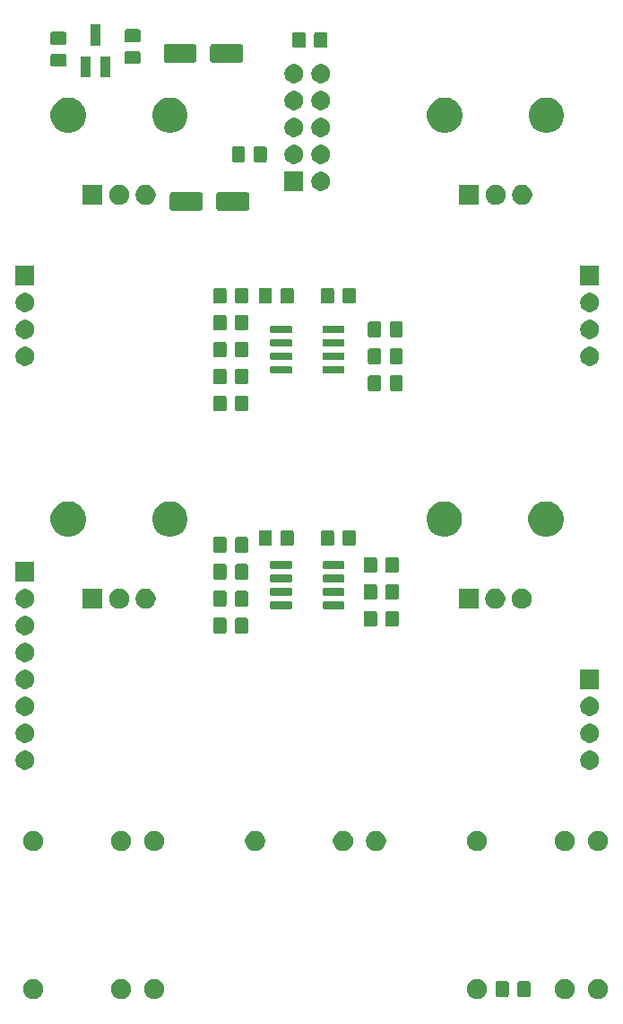
<source format=gbr>
G04 #@! TF.GenerationSoftware,KiCad,Pcbnew,5.1.6-c6e7f7d~87~ubuntu18.04.1*
G04 #@! TF.CreationDate,2020-08-19T11:35:40-04:00*
G04 #@! TF.ProjectId,filter_carrier_board,66696c74-6572-45f6-9361-72726965725f,1.2*
G04 #@! TF.SameCoordinates,Original*
G04 #@! TF.FileFunction,Soldermask,Bot*
G04 #@! TF.FilePolarity,Negative*
%FSLAX46Y46*%
G04 Gerber Fmt 4.6, Leading zero omitted, Abs format (unit mm)*
G04 Created by KiCad (PCBNEW 5.1.6-c6e7f7d~87~ubuntu18.04.1) date 2020-08-19 11:35:40*
%MOMM*%
%LPD*%
G01*
G04 APERTURE LIST*
%ADD10C,0.100000*%
G04 APERTURE END LIST*
D10*
G36*
X148392395Y-140055546D02*
G01*
X148565466Y-140127234D01*
X148565467Y-140127235D01*
X148721227Y-140231310D01*
X148853690Y-140363773D01*
X148853691Y-140363775D01*
X148957766Y-140519534D01*
X149029454Y-140692605D01*
X149066000Y-140876333D01*
X149066000Y-141063667D01*
X149029454Y-141247395D01*
X148957766Y-141420466D01*
X148957765Y-141420467D01*
X148853690Y-141576227D01*
X148721227Y-141708690D01*
X148642818Y-141761081D01*
X148565466Y-141812766D01*
X148392395Y-141884454D01*
X148208667Y-141921000D01*
X148021333Y-141921000D01*
X147837605Y-141884454D01*
X147664534Y-141812766D01*
X147587182Y-141761081D01*
X147508773Y-141708690D01*
X147376310Y-141576227D01*
X147272235Y-141420467D01*
X147272234Y-141420466D01*
X147200546Y-141247395D01*
X147164000Y-141063667D01*
X147164000Y-140876333D01*
X147200546Y-140692605D01*
X147272234Y-140519534D01*
X147376309Y-140363775D01*
X147376310Y-140363773D01*
X147508773Y-140231310D01*
X147664533Y-140127235D01*
X147664534Y-140127234D01*
X147837605Y-140055546D01*
X148021333Y-140019000D01*
X148208667Y-140019000D01*
X148392395Y-140055546D01*
G37*
G36*
X156692395Y-140055546D02*
G01*
X156865466Y-140127234D01*
X156865467Y-140127235D01*
X157021227Y-140231310D01*
X157153690Y-140363773D01*
X157153691Y-140363775D01*
X157257766Y-140519534D01*
X157329454Y-140692605D01*
X157366000Y-140876333D01*
X157366000Y-141063667D01*
X157329454Y-141247395D01*
X157257766Y-141420466D01*
X157257765Y-141420467D01*
X157153690Y-141576227D01*
X157021227Y-141708690D01*
X156942818Y-141761081D01*
X156865466Y-141812766D01*
X156692395Y-141884454D01*
X156508667Y-141921000D01*
X156321333Y-141921000D01*
X156137605Y-141884454D01*
X155964534Y-141812766D01*
X155887182Y-141761081D01*
X155808773Y-141708690D01*
X155676310Y-141576227D01*
X155572235Y-141420467D01*
X155572234Y-141420466D01*
X155500546Y-141247395D01*
X155464000Y-141063667D01*
X155464000Y-140876333D01*
X155500546Y-140692605D01*
X155572234Y-140519534D01*
X155676309Y-140363775D01*
X155676310Y-140363773D01*
X155808773Y-140231310D01*
X155964533Y-140127235D01*
X155964534Y-140127234D01*
X156137605Y-140055546D01*
X156321333Y-140019000D01*
X156508667Y-140019000D01*
X156692395Y-140055546D01*
G37*
G36*
X114782395Y-140055546D02*
G01*
X114955466Y-140127234D01*
X114955467Y-140127235D01*
X115111227Y-140231310D01*
X115243690Y-140363773D01*
X115243691Y-140363775D01*
X115347766Y-140519534D01*
X115419454Y-140692605D01*
X115456000Y-140876333D01*
X115456000Y-141063667D01*
X115419454Y-141247395D01*
X115347766Y-141420466D01*
X115347765Y-141420467D01*
X115243690Y-141576227D01*
X115111227Y-141708690D01*
X115032818Y-141761081D01*
X114955466Y-141812766D01*
X114782395Y-141884454D01*
X114598667Y-141921000D01*
X114411333Y-141921000D01*
X114227605Y-141884454D01*
X114054534Y-141812766D01*
X113977182Y-141761081D01*
X113898773Y-141708690D01*
X113766310Y-141576227D01*
X113662235Y-141420467D01*
X113662234Y-141420466D01*
X113590546Y-141247395D01*
X113554000Y-141063667D01*
X113554000Y-140876333D01*
X113590546Y-140692605D01*
X113662234Y-140519534D01*
X113766309Y-140363775D01*
X113766310Y-140363773D01*
X113898773Y-140231310D01*
X114054533Y-140127235D01*
X114054534Y-140127234D01*
X114227605Y-140055546D01*
X114411333Y-140019000D01*
X114598667Y-140019000D01*
X114782395Y-140055546D01*
G37*
G36*
X117882395Y-140055546D02*
G01*
X118055466Y-140127234D01*
X118055467Y-140127235D01*
X118211227Y-140231310D01*
X118343690Y-140363773D01*
X118343691Y-140363775D01*
X118447766Y-140519534D01*
X118519454Y-140692605D01*
X118556000Y-140876333D01*
X118556000Y-141063667D01*
X118519454Y-141247395D01*
X118447766Y-141420466D01*
X118447765Y-141420467D01*
X118343690Y-141576227D01*
X118211227Y-141708690D01*
X118132818Y-141761081D01*
X118055466Y-141812766D01*
X117882395Y-141884454D01*
X117698667Y-141921000D01*
X117511333Y-141921000D01*
X117327605Y-141884454D01*
X117154534Y-141812766D01*
X117077182Y-141761081D01*
X116998773Y-141708690D01*
X116866310Y-141576227D01*
X116762235Y-141420467D01*
X116762234Y-141420466D01*
X116690546Y-141247395D01*
X116654000Y-141063667D01*
X116654000Y-140876333D01*
X116690546Y-140692605D01*
X116762234Y-140519534D01*
X116866309Y-140363775D01*
X116866310Y-140363773D01*
X116998773Y-140231310D01*
X117154533Y-140127235D01*
X117154534Y-140127234D01*
X117327605Y-140055546D01*
X117511333Y-140019000D01*
X117698667Y-140019000D01*
X117882395Y-140055546D01*
G37*
G36*
X159792395Y-140055546D02*
G01*
X159965466Y-140127234D01*
X159965467Y-140127235D01*
X160121227Y-140231310D01*
X160253690Y-140363773D01*
X160253691Y-140363775D01*
X160357766Y-140519534D01*
X160429454Y-140692605D01*
X160466000Y-140876333D01*
X160466000Y-141063667D01*
X160429454Y-141247395D01*
X160357766Y-141420466D01*
X160357765Y-141420467D01*
X160253690Y-141576227D01*
X160121227Y-141708690D01*
X160042818Y-141761081D01*
X159965466Y-141812766D01*
X159792395Y-141884454D01*
X159608667Y-141921000D01*
X159421333Y-141921000D01*
X159237605Y-141884454D01*
X159064534Y-141812766D01*
X158987182Y-141761081D01*
X158908773Y-141708690D01*
X158776310Y-141576227D01*
X158672235Y-141420467D01*
X158672234Y-141420466D01*
X158600546Y-141247395D01*
X158564000Y-141063667D01*
X158564000Y-140876333D01*
X158600546Y-140692605D01*
X158672234Y-140519534D01*
X158776309Y-140363775D01*
X158776310Y-140363773D01*
X158908773Y-140231310D01*
X159064533Y-140127235D01*
X159064534Y-140127234D01*
X159237605Y-140055546D01*
X159421333Y-140019000D01*
X159608667Y-140019000D01*
X159792395Y-140055546D01*
G37*
G36*
X106482395Y-140055546D02*
G01*
X106655466Y-140127234D01*
X106655467Y-140127235D01*
X106811227Y-140231310D01*
X106943690Y-140363773D01*
X106943691Y-140363775D01*
X107047766Y-140519534D01*
X107119454Y-140692605D01*
X107156000Y-140876333D01*
X107156000Y-141063667D01*
X107119454Y-141247395D01*
X107047766Y-141420466D01*
X107047765Y-141420467D01*
X106943690Y-141576227D01*
X106811227Y-141708690D01*
X106732818Y-141761081D01*
X106655466Y-141812766D01*
X106482395Y-141884454D01*
X106298667Y-141921000D01*
X106111333Y-141921000D01*
X105927605Y-141884454D01*
X105754534Y-141812766D01*
X105677182Y-141761081D01*
X105598773Y-141708690D01*
X105466310Y-141576227D01*
X105362235Y-141420467D01*
X105362234Y-141420466D01*
X105290546Y-141247395D01*
X105254000Y-141063667D01*
X105254000Y-140876333D01*
X105290546Y-140692605D01*
X105362234Y-140519534D01*
X105466309Y-140363775D01*
X105466310Y-140363773D01*
X105598773Y-140231310D01*
X105754533Y-140127235D01*
X105754534Y-140127234D01*
X105927605Y-140055546D01*
X106111333Y-140019000D01*
X106298667Y-140019000D01*
X106482395Y-140055546D01*
G37*
G36*
X150958674Y-140223465D02*
G01*
X150996367Y-140234899D01*
X151031103Y-140253466D01*
X151061548Y-140278452D01*
X151086534Y-140308897D01*
X151105101Y-140343633D01*
X151116535Y-140381326D01*
X151121000Y-140426661D01*
X151121000Y-141513339D01*
X151116535Y-141558674D01*
X151105101Y-141596367D01*
X151086534Y-141631103D01*
X151061548Y-141661548D01*
X151031103Y-141686534D01*
X150996367Y-141705101D01*
X150958674Y-141716535D01*
X150913339Y-141721000D01*
X150076661Y-141721000D01*
X150031326Y-141716535D01*
X149993633Y-141705101D01*
X149958897Y-141686534D01*
X149928452Y-141661548D01*
X149903466Y-141631103D01*
X149884899Y-141596367D01*
X149873465Y-141558674D01*
X149869000Y-141513339D01*
X149869000Y-140426661D01*
X149873465Y-140381326D01*
X149884899Y-140343633D01*
X149903466Y-140308897D01*
X149928452Y-140278452D01*
X149958897Y-140253466D01*
X149993633Y-140234899D01*
X150031326Y-140223465D01*
X150076661Y-140219000D01*
X150913339Y-140219000D01*
X150958674Y-140223465D01*
G37*
G36*
X153008674Y-140223465D02*
G01*
X153046367Y-140234899D01*
X153081103Y-140253466D01*
X153111548Y-140278452D01*
X153136534Y-140308897D01*
X153155101Y-140343633D01*
X153166535Y-140381326D01*
X153171000Y-140426661D01*
X153171000Y-141513339D01*
X153166535Y-141558674D01*
X153155101Y-141596367D01*
X153136534Y-141631103D01*
X153111548Y-141661548D01*
X153081103Y-141686534D01*
X153046367Y-141705101D01*
X153008674Y-141716535D01*
X152963339Y-141721000D01*
X152126661Y-141721000D01*
X152081326Y-141716535D01*
X152043633Y-141705101D01*
X152008897Y-141686534D01*
X151978452Y-141661548D01*
X151953466Y-141631103D01*
X151934899Y-141596367D01*
X151923465Y-141558674D01*
X151919000Y-141513339D01*
X151919000Y-140426661D01*
X151923465Y-140381326D01*
X151934899Y-140343633D01*
X151953466Y-140308897D01*
X151978452Y-140278452D01*
X152008897Y-140253466D01*
X152043633Y-140234899D01*
X152081326Y-140223465D01*
X152126661Y-140219000D01*
X152963339Y-140219000D01*
X153008674Y-140223465D01*
G37*
G36*
X117882395Y-126085546D02*
G01*
X118055466Y-126157234D01*
X118055467Y-126157235D01*
X118211227Y-126261310D01*
X118343690Y-126393773D01*
X118343691Y-126393775D01*
X118447766Y-126549534D01*
X118519454Y-126722605D01*
X118556000Y-126906333D01*
X118556000Y-127093667D01*
X118519454Y-127277395D01*
X118447766Y-127450466D01*
X118447765Y-127450467D01*
X118343690Y-127606227D01*
X118211227Y-127738690D01*
X118132818Y-127791081D01*
X118055466Y-127842766D01*
X117882395Y-127914454D01*
X117698667Y-127951000D01*
X117511333Y-127951000D01*
X117327605Y-127914454D01*
X117154534Y-127842766D01*
X117077182Y-127791081D01*
X116998773Y-127738690D01*
X116866310Y-127606227D01*
X116762235Y-127450467D01*
X116762234Y-127450466D01*
X116690546Y-127277395D01*
X116654000Y-127093667D01*
X116654000Y-126906333D01*
X116690546Y-126722605D01*
X116762234Y-126549534D01*
X116866309Y-126393775D01*
X116866310Y-126393773D01*
X116998773Y-126261310D01*
X117154533Y-126157235D01*
X117154534Y-126157234D01*
X117327605Y-126085546D01*
X117511333Y-126049000D01*
X117698667Y-126049000D01*
X117882395Y-126085546D01*
G37*
G36*
X156692395Y-126085546D02*
G01*
X156865466Y-126157234D01*
X156865467Y-126157235D01*
X157021227Y-126261310D01*
X157153690Y-126393773D01*
X157153691Y-126393775D01*
X157257766Y-126549534D01*
X157329454Y-126722605D01*
X157366000Y-126906333D01*
X157366000Y-127093667D01*
X157329454Y-127277395D01*
X157257766Y-127450466D01*
X157257765Y-127450467D01*
X157153690Y-127606227D01*
X157021227Y-127738690D01*
X156942818Y-127791081D01*
X156865466Y-127842766D01*
X156692395Y-127914454D01*
X156508667Y-127951000D01*
X156321333Y-127951000D01*
X156137605Y-127914454D01*
X155964534Y-127842766D01*
X155887182Y-127791081D01*
X155808773Y-127738690D01*
X155676310Y-127606227D01*
X155572235Y-127450467D01*
X155572234Y-127450466D01*
X155500546Y-127277395D01*
X155464000Y-127093667D01*
X155464000Y-126906333D01*
X155500546Y-126722605D01*
X155572234Y-126549534D01*
X155676309Y-126393775D01*
X155676310Y-126393773D01*
X155808773Y-126261310D01*
X155964533Y-126157235D01*
X155964534Y-126157234D01*
X156137605Y-126085546D01*
X156321333Y-126049000D01*
X156508667Y-126049000D01*
X156692395Y-126085546D01*
G37*
G36*
X106482395Y-126085546D02*
G01*
X106655466Y-126157234D01*
X106655467Y-126157235D01*
X106811227Y-126261310D01*
X106943690Y-126393773D01*
X106943691Y-126393775D01*
X107047766Y-126549534D01*
X107119454Y-126722605D01*
X107156000Y-126906333D01*
X107156000Y-127093667D01*
X107119454Y-127277395D01*
X107047766Y-127450466D01*
X107047765Y-127450467D01*
X106943690Y-127606227D01*
X106811227Y-127738690D01*
X106732818Y-127791081D01*
X106655466Y-127842766D01*
X106482395Y-127914454D01*
X106298667Y-127951000D01*
X106111333Y-127951000D01*
X105927605Y-127914454D01*
X105754534Y-127842766D01*
X105677182Y-127791081D01*
X105598773Y-127738690D01*
X105466310Y-127606227D01*
X105362235Y-127450467D01*
X105362234Y-127450466D01*
X105290546Y-127277395D01*
X105254000Y-127093667D01*
X105254000Y-126906333D01*
X105290546Y-126722605D01*
X105362234Y-126549534D01*
X105466309Y-126393775D01*
X105466310Y-126393773D01*
X105598773Y-126261310D01*
X105754533Y-126157235D01*
X105754534Y-126157234D01*
X105927605Y-126085546D01*
X106111333Y-126049000D01*
X106298667Y-126049000D01*
X106482395Y-126085546D01*
G37*
G36*
X135737395Y-126085546D02*
G01*
X135910466Y-126157234D01*
X135910467Y-126157235D01*
X136066227Y-126261310D01*
X136198690Y-126393773D01*
X136198691Y-126393775D01*
X136302766Y-126549534D01*
X136374454Y-126722605D01*
X136411000Y-126906333D01*
X136411000Y-127093667D01*
X136374454Y-127277395D01*
X136302766Y-127450466D01*
X136302765Y-127450467D01*
X136198690Y-127606227D01*
X136066227Y-127738690D01*
X135987818Y-127791081D01*
X135910466Y-127842766D01*
X135737395Y-127914454D01*
X135553667Y-127951000D01*
X135366333Y-127951000D01*
X135182605Y-127914454D01*
X135009534Y-127842766D01*
X134932182Y-127791081D01*
X134853773Y-127738690D01*
X134721310Y-127606227D01*
X134617235Y-127450467D01*
X134617234Y-127450466D01*
X134545546Y-127277395D01*
X134509000Y-127093667D01*
X134509000Y-126906333D01*
X134545546Y-126722605D01*
X134617234Y-126549534D01*
X134721309Y-126393775D01*
X134721310Y-126393773D01*
X134853773Y-126261310D01*
X135009533Y-126157235D01*
X135009534Y-126157234D01*
X135182605Y-126085546D01*
X135366333Y-126049000D01*
X135553667Y-126049000D01*
X135737395Y-126085546D01*
G37*
G36*
X138837395Y-126085546D02*
G01*
X139010466Y-126157234D01*
X139010467Y-126157235D01*
X139166227Y-126261310D01*
X139298690Y-126393773D01*
X139298691Y-126393775D01*
X139402766Y-126549534D01*
X139474454Y-126722605D01*
X139511000Y-126906333D01*
X139511000Y-127093667D01*
X139474454Y-127277395D01*
X139402766Y-127450466D01*
X139402765Y-127450467D01*
X139298690Y-127606227D01*
X139166227Y-127738690D01*
X139087818Y-127791081D01*
X139010466Y-127842766D01*
X138837395Y-127914454D01*
X138653667Y-127951000D01*
X138466333Y-127951000D01*
X138282605Y-127914454D01*
X138109534Y-127842766D01*
X138032182Y-127791081D01*
X137953773Y-127738690D01*
X137821310Y-127606227D01*
X137717235Y-127450467D01*
X137717234Y-127450466D01*
X137645546Y-127277395D01*
X137609000Y-127093667D01*
X137609000Y-126906333D01*
X137645546Y-126722605D01*
X137717234Y-126549534D01*
X137821309Y-126393775D01*
X137821310Y-126393773D01*
X137953773Y-126261310D01*
X138109533Y-126157235D01*
X138109534Y-126157234D01*
X138282605Y-126085546D01*
X138466333Y-126049000D01*
X138653667Y-126049000D01*
X138837395Y-126085546D01*
G37*
G36*
X127437395Y-126085546D02*
G01*
X127610466Y-126157234D01*
X127610467Y-126157235D01*
X127766227Y-126261310D01*
X127898690Y-126393773D01*
X127898691Y-126393775D01*
X128002766Y-126549534D01*
X128074454Y-126722605D01*
X128111000Y-126906333D01*
X128111000Y-127093667D01*
X128074454Y-127277395D01*
X128002766Y-127450466D01*
X128002765Y-127450467D01*
X127898690Y-127606227D01*
X127766227Y-127738690D01*
X127687818Y-127791081D01*
X127610466Y-127842766D01*
X127437395Y-127914454D01*
X127253667Y-127951000D01*
X127066333Y-127951000D01*
X126882605Y-127914454D01*
X126709534Y-127842766D01*
X126632182Y-127791081D01*
X126553773Y-127738690D01*
X126421310Y-127606227D01*
X126317235Y-127450467D01*
X126317234Y-127450466D01*
X126245546Y-127277395D01*
X126209000Y-127093667D01*
X126209000Y-126906333D01*
X126245546Y-126722605D01*
X126317234Y-126549534D01*
X126421309Y-126393775D01*
X126421310Y-126393773D01*
X126553773Y-126261310D01*
X126709533Y-126157235D01*
X126709534Y-126157234D01*
X126882605Y-126085546D01*
X127066333Y-126049000D01*
X127253667Y-126049000D01*
X127437395Y-126085546D01*
G37*
G36*
X159792395Y-126085546D02*
G01*
X159965466Y-126157234D01*
X159965467Y-126157235D01*
X160121227Y-126261310D01*
X160253690Y-126393773D01*
X160253691Y-126393775D01*
X160357766Y-126549534D01*
X160429454Y-126722605D01*
X160466000Y-126906333D01*
X160466000Y-127093667D01*
X160429454Y-127277395D01*
X160357766Y-127450466D01*
X160357765Y-127450467D01*
X160253690Y-127606227D01*
X160121227Y-127738690D01*
X160042818Y-127791081D01*
X159965466Y-127842766D01*
X159792395Y-127914454D01*
X159608667Y-127951000D01*
X159421333Y-127951000D01*
X159237605Y-127914454D01*
X159064534Y-127842766D01*
X158987182Y-127791081D01*
X158908773Y-127738690D01*
X158776310Y-127606227D01*
X158672235Y-127450467D01*
X158672234Y-127450466D01*
X158600546Y-127277395D01*
X158564000Y-127093667D01*
X158564000Y-126906333D01*
X158600546Y-126722605D01*
X158672234Y-126549534D01*
X158776309Y-126393775D01*
X158776310Y-126393773D01*
X158908773Y-126261310D01*
X159064533Y-126157235D01*
X159064534Y-126157234D01*
X159237605Y-126085546D01*
X159421333Y-126049000D01*
X159608667Y-126049000D01*
X159792395Y-126085546D01*
G37*
G36*
X148392395Y-126085546D02*
G01*
X148565466Y-126157234D01*
X148565467Y-126157235D01*
X148721227Y-126261310D01*
X148853690Y-126393773D01*
X148853691Y-126393775D01*
X148957766Y-126549534D01*
X149029454Y-126722605D01*
X149066000Y-126906333D01*
X149066000Y-127093667D01*
X149029454Y-127277395D01*
X148957766Y-127450466D01*
X148957765Y-127450467D01*
X148853690Y-127606227D01*
X148721227Y-127738690D01*
X148642818Y-127791081D01*
X148565466Y-127842766D01*
X148392395Y-127914454D01*
X148208667Y-127951000D01*
X148021333Y-127951000D01*
X147837605Y-127914454D01*
X147664534Y-127842766D01*
X147587182Y-127791081D01*
X147508773Y-127738690D01*
X147376310Y-127606227D01*
X147272235Y-127450467D01*
X147272234Y-127450466D01*
X147200546Y-127277395D01*
X147164000Y-127093667D01*
X147164000Y-126906333D01*
X147200546Y-126722605D01*
X147272234Y-126549534D01*
X147376309Y-126393775D01*
X147376310Y-126393773D01*
X147508773Y-126261310D01*
X147664533Y-126157235D01*
X147664534Y-126157234D01*
X147837605Y-126085546D01*
X148021333Y-126049000D01*
X148208667Y-126049000D01*
X148392395Y-126085546D01*
G37*
G36*
X114782395Y-126085546D02*
G01*
X114955466Y-126157234D01*
X114955467Y-126157235D01*
X115111227Y-126261310D01*
X115243690Y-126393773D01*
X115243691Y-126393775D01*
X115347766Y-126549534D01*
X115419454Y-126722605D01*
X115456000Y-126906333D01*
X115456000Y-127093667D01*
X115419454Y-127277395D01*
X115347766Y-127450466D01*
X115347765Y-127450467D01*
X115243690Y-127606227D01*
X115111227Y-127738690D01*
X115032818Y-127791081D01*
X114955466Y-127842766D01*
X114782395Y-127914454D01*
X114598667Y-127951000D01*
X114411333Y-127951000D01*
X114227605Y-127914454D01*
X114054534Y-127842766D01*
X113977182Y-127791081D01*
X113898773Y-127738690D01*
X113766310Y-127606227D01*
X113662235Y-127450467D01*
X113662234Y-127450466D01*
X113590546Y-127277395D01*
X113554000Y-127093667D01*
X113554000Y-126906333D01*
X113590546Y-126722605D01*
X113662234Y-126549534D01*
X113766309Y-126393775D01*
X113766310Y-126393773D01*
X113898773Y-126261310D01*
X114054533Y-126157235D01*
X114054534Y-126157234D01*
X114227605Y-126085546D01*
X114411333Y-126049000D01*
X114598667Y-126049000D01*
X114782395Y-126085546D01*
G37*
G36*
X158863512Y-118483927D02*
G01*
X159012812Y-118513624D01*
X159176784Y-118581544D01*
X159324354Y-118680147D01*
X159449853Y-118805646D01*
X159548456Y-118953216D01*
X159616376Y-119117188D01*
X159651000Y-119291259D01*
X159651000Y-119468741D01*
X159616376Y-119642812D01*
X159548456Y-119806784D01*
X159449853Y-119954354D01*
X159324354Y-120079853D01*
X159176784Y-120178456D01*
X159012812Y-120246376D01*
X158863512Y-120276073D01*
X158838742Y-120281000D01*
X158661258Y-120281000D01*
X158636488Y-120276073D01*
X158487188Y-120246376D01*
X158323216Y-120178456D01*
X158175646Y-120079853D01*
X158050147Y-119954354D01*
X157951544Y-119806784D01*
X157883624Y-119642812D01*
X157849000Y-119468741D01*
X157849000Y-119291259D01*
X157883624Y-119117188D01*
X157951544Y-118953216D01*
X158050147Y-118805646D01*
X158175646Y-118680147D01*
X158323216Y-118581544D01*
X158487188Y-118513624D01*
X158636488Y-118483927D01*
X158661258Y-118479000D01*
X158838742Y-118479000D01*
X158863512Y-118483927D01*
G37*
G36*
X105523512Y-118483927D02*
G01*
X105672812Y-118513624D01*
X105836784Y-118581544D01*
X105984354Y-118680147D01*
X106109853Y-118805646D01*
X106208456Y-118953216D01*
X106276376Y-119117188D01*
X106311000Y-119291259D01*
X106311000Y-119468741D01*
X106276376Y-119642812D01*
X106208456Y-119806784D01*
X106109853Y-119954354D01*
X105984354Y-120079853D01*
X105836784Y-120178456D01*
X105672812Y-120246376D01*
X105523512Y-120276073D01*
X105498742Y-120281000D01*
X105321258Y-120281000D01*
X105296488Y-120276073D01*
X105147188Y-120246376D01*
X104983216Y-120178456D01*
X104835646Y-120079853D01*
X104710147Y-119954354D01*
X104611544Y-119806784D01*
X104543624Y-119642812D01*
X104509000Y-119468741D01*
X104509000Y-119291259D01*
X104543624Y-119117188D01*
X104611544Y-118953216D01*
X104710147Y-118805646D01*
X104835646Y-118680147D01*
X104983216Y-118581544D01*
X105147188Y-118513624D01*
X105296488Y-118483927D01*
X105321258Y-118479000D01*
X105498742Y-118479000D01*
X105523512Y-118483927D01*
G37*
G36*
X105523512Y-115943927D02*
G01*
X105672812Y-115973624D01*
X105836784Y-116041544D01*
X105984354Y-116140147D01*
X106109853Y-116265646D01*
X106208456Y-116413216D01*
X106276376Y-116577188D01*
X106311000Y-116751259D01*
X106311000Y-116928741D01*
X106276376Y-117102812D01*
X106208456Y-117266784D01*
X106109853Y-117414354D01*
X105984354Y-117539853D01*
X105836784Y-117638456D01*
X105672812Y-117706376D01*
X105523512Y-117736073D01*
X105498742Y-117741000D01*
X105321258Y-117741000D01*
X105296488Y-117736073D01*
X105147188Y-117706376D01*
X104983216Y-117638456D01*
X104835646Y-117539853D01*
X104710147Y-117414354D01*
X104611544Y-117266784D01*
X104543624Y-117102812D01*
X104509000Y-116928741D01*
X104509000Y-116751259D01*
X104543624Y-116577188D01*
X104611544Y-116413216D01*
X104710147Y-116265646D01*
X104835646Y-116140147D01*
X104983216Y-116041544D01*
X105147188Y-115973624D01*
X105296488Y-115943927D01*
X105321258Y-115939000D01*
X105498742Y-115939000D01*
X105523512Y-115943927D01*
G37*
G36*
X158863512Y-115943927D02*
G01*
X159012812Y-115973624D01*
X159176784Y-116041544D01*
X159324354Y-116140147D01*
X159449853Y-116265646D01*
X159548456Y-116413216D01*
X159616376Y-116577188D01*
X159651000Y-116751259D01*
X159651000Y-116928741D01*
X159616376Y-117102812D01*
X159548456Y-117266784D01*
X159449853Y-117414354D01*
X159324354Y-117539853D01*
X159176784Y-117638456D01*
X159012812Y-117706376D01*
X158863512Y-117736073D01*
X158838742Y-117741000D01*
X158661258Y-117741000D01*
X158636488Y-117736073D01*
X158487188Y-117706376D01*
X158323216Y-117638456D01*
X158175646Y-117539853D01*
X158050147Y-117414354D01*
X157951544Y-117266784D01*
X157883624Y-117102812D01*
X157849000Y-116928741D01*
X157849000Y-116751259D01*
X157883624Y-116577188D01*
X157951544Y-116413216D01*
X158050147Y-116265646D01*
X158175646Y-116140147D01*
X158323216Y-116041544D01*
X158487188Y-115973624D01*
X158636488Y-115943927D01*
X158661258Y-115939000D01*
X158838742Y-115939000D01*
X158863512Y-115943927D01*
G37*
G36*
X158863512Y-113403927D02*
G01*
X159012812Y-113433624D01*
X159176784Y-113501544D01*
X159324354Y-113600147D01*
X159449853Y-113725646D01*
X159548456Y-113873216D01*
X159616376Y-114037188D01*
X159651000Y-114211259D01*
X159651000Y-114388741D01*
X159616376Y-114562812D01*
X159548456Y-114726784D01*
X159449853Y-114874354D01*
X159324354Y-114999853D01*
X159176784Y-115098456D01*
X159012812Y-115166376D01*
X158863512Y-115196073D01*
X158838742Y-115201000D01*
X158661258Y-115201000D01*
X158636488Y-115196073D01*
X158487188Y-115166376D01*
X158323216Y-115098456D01*
X158175646Y-114999853D01*
X158050147Y-114874354D01*
X157951544Y-114726784D01*
X157883624Y-114562812D01*
X157849000Y-114388741D01*
X157849000Y-114211259D01*
X157883624Y-114037188D01*
X157951544Y-113873216D01*
X158050147Y-113725646D01*
X158175646Y-113600147D01*
X158323216Y-113501544D01*
X158487188Y-113433624D01*
X158636488Y-113403927D01*
X158661258Y-113399000D01*
X158838742Y-113399000D01*
X158863512Y-113403927D01*
G37*
G36*
X105523512Y-113403927D02*
G01*
X105672812Y-113433624D01*
X105836784Y-113501544D01*
X105984354Y-113600147D01*
X106109853Y-113725646D01*
X106208456Y-113873216D01*
X106276376Y-114037188D01*
X106311000Y-114211259D01*
X106311000Y-114388741D01*
X106276376Y-114562812D01*
X106208456Y-114726784D01*
X106109853Y-114874354D01*
X105984354Y-114999853D01*
X105836784Y-115098456D01*
X105672812Y-115166376D01*
X105523512Y-115196073D01*
X105498742Y-115201000D01*
X105321258Y-115201000D01*
X105296488Y-115196073D01*
X105147188Y-115166376D01*
X104983216Y-115098456D01*
X104835646Y-114999853D01*
X104710147Y-114874354D01*
X104611544Y-114726784D01*
X104543624Y-114562812D01*
X104509000Y-114388741D01*
X104509000Y-114211259D01*
X104543624Y-114037188D01*
X104611544Y-113873216D01*
X104710147Y-113725646D01*
X104835646Y-113600147D01*
X104983216Y-113501544D01*
X105147188Y-113433624D01*
X105296488Y-113403927D01*
X105321258Y-113399000D01*
X105498742Y-113399000D01*
X105523512Y-113403927D01*
G37*
G36*
X159651000Y-112661000D02*
G01*
X157849000Y-112661000D01*
X157849000Y-110859000D01*
X159651000Y-110859000D01*
X159651000Y-112661000D01*
G37*
G36*
X105523512Y-110863927D02*
G01*
X105672812Y-110893624D01*
X105836784Y-110961544D01*
X105984354Y-111060147D01*
X106109853Y-111185646D01*
X106208456Y-111333216D01*
X106276376Y-111497188D01*
X106311000Y-111671259D01*
X106311000Y-111848741D01*
X106276376Y-112022812D01*
X106208456Y-112186784D01*
X106109853Y-112334354D01*
X105984354Y-112459853D01*
X105836784Y-112558456D01*
X105672812Y-112626376D01*
X105523512Y-112656073D01*
X105498742Y-112661000D01*
X105321258Y-112661000D01*
X105296488Y-112656073D01*
X105147188Y-112626376D01*
X104983216Y-112558456D01*
X104835646Y-112459853D01*
X104710147Y-112334354D01*
X104611544Y-112186784D01*
X104543624Y-112022812D01*
X104509000Y-111848741D01*
X104509000Y-111671259D01*
X104543624Y-111497188D01*
X104611544Y-111333216D01*
X104710147Y-111185646D01*
X104835646Y-111060147D01*
X104983216Y-110961544D01*
X105147188Y-110893624D01*
X105296488Y-110863927D01*
X105321258Y-110859000D01*
X105498742Y-110859000D01*
X105523512Y-110863927D01*
G37*
G36*
X105523512Y-108323927D02*
G01*
X105672812Y-108353624D01*
X105836784Y-108421544D01*
X105984354Y-108520147D01*
X106109853Y-108645646D01*
X106208456Y-108793216D01*
X106276376Y-108957188D01*
X106311000Y-109131259D01*
X106311000Y-109308741D01*
X106276376Y-109482812D01*
X106208456Y-109646784D01*
X106109853Y-109794354D01*
X105984354Y-109919853D01*
X105836784Y-110018456D01*
X105672812Y-110086376D01*
X105523512Y-110116073D01*
X105498742Y-110121000D01*
X105321258Y-110121000D01*
X105296488Y-110116073D01*
X105147188Y-110086376D01*
X104983216Y-110018456D01*
X104835646Y-109919853D01*
X104710147Y-109794354D01*
X104611544Y-109646784D01*
X104543624Y-109482812D01*
X104509000Y-109308741D01*
X104509000Y-109131259D01*
X104543624Y-108957188D01*
X104611544Y-108793216D01*
X104710147Y-108645646D01*
X104835646Y-108520147D01*
X104983216Y-108421544D01*
X105147188Y-108353624D01*
X105296488Y-108323927D01*
X105321258Y-108319000D01*
X105498742Y-108319000D01*
X105523512Y-108323927D01*
G37*
G36*
X105523512Y-105783927D02*
G01*
X105672812Y-105813624D01*
X105836784Y-105881544D01*
X105984354Y-105980147D01*
X106109853Y-106105646D01*
X106208456Y-106253216D01*
X106276376Y-106417188D01*
X106297587Y-106523827D01*
X106311000Y-106591258D01*
X106311000Y-106768742D01*
X106306618Y-106790770D01*
X106276376Y-106942812D01*
X106208456Y-107106784D01*
X106109853Y-107254354D01*
X105984354Y-107379853D01*
X105836784Y-107478456D01*
X105672812Y-107546376D01*
X105523512Y-107576073D01*
X105498742Y-107581000D01*
X105321258Y-107581000D01*
X105296488Y-107576073D01*
X105147188Y-107546376D01*
X104983216Y-107478456D01*
X104835646Y-107379853D01*
X104710147Y-107254354D01*
X104611544Y-107106784D01*
X104543624Y-106942812D01*
X104513382Y-106790770D01*
X104509000Y-106768742D01*
X104509000Y-106591258D01*
X104522413Y-106523827D01*
X104543624Y-106417188D01*
X104611544Y-106253216D01*
X104710147Y-106105646D01*
X104835646Y-105980147D01*
X104983216Y-105881544D01*
X105147188Y-105813624D01*
X105296488Y-105783927D01*
X105321258Y-105779000D01*
X105498742Y-105779000D01*
X105523512Y-105783927D01*
G37*
G36*
X126338674Y-105933465D02*
G01*
X126376367Y-105944899D01*
X126411103Y-105963466D01*
X126441548Y-105988452D01*
X126466534Y-106018897D01*
X126485101Y-106053633D01*
X126496535Y-106091326D01*
X126501000Y-106136661D01*
X126501000Y-107223339D01*
X126496535Y-107268674D01*
X126485101Y-107306367D01*
X126466534Y-107341103D01*
X126441548Y-107371548D01*
X126411103Y-107396534D01*
X126376367Y-107415101D01*
X126338674Y-107426535D01*
X126293339Y-107431000D01*
X125456661Y-107431000D01*
X125411326Y-107426535D01*
X125373633Y-107415101D01*
X125338897Y-107396534D01*
X125308452Y-107371548D01*
X125283466Y-107341103D01*
X125264899Y-107306367D01*
X125253465Y-107268674D01*
X125249000Y-107223339D01*
X125249000Y-106136661D01*
X125253465Y-106091326D01*
X125264899Y-106053633D01*
X125283466Y-106018897D01*
X125308452Y-105988452D01*
X125338897Y-105963466D01*
X125373633Y-105944899D01*
X125411326Y-105933465D01*
X125456661Y-105929000D01*
X126293339Y-105929000D01*
X126338674Y-105933465D01*
G37*
G36*
X124288674Y-105933465D02*
G01*
X124326367Y-105944899D01*
X124361103Y-105963466D01*
X124391548Y-105988452D01*
X124416534Y-106018897D01*
X124435101Y-106053633D01*
X124446535Y-106091326D01*
X124451000Y-106136661D01*
X124451000Y-107223339D01*
X124446535Y-107268674D01*
X124435101Y-107306367D01*
X124416534Y-107341103D01*
X124391548Y-107371548D01*
X124361103Y-107396534D01*
X124326367Y-107415101D01*
X124288674Y-107426535D01*
X124243339Y-107431000D01*
X123406661Y-107431000D01*
X123361326Y-107426535D01*
X123323633Y-107415101D01*
X123288897Y-107396534D01*
X123258452Y-107371548D01*
X123233466Y-107341103D01*
X123214899Y-107306367D01*
X123203465Y-107268674D01*
X123199000Y-107223339D01*
X123199000Y-106136661D01*
X123203465Y-106091326D01*
X123214899Y-106053633D01*
X123233466Y-106018897D01*
X123258452Y-105988452D01*
X123288897Y-105963466D01*
X123323633Y-105944899D01*
X123361326Y-105933465D01*
X123406661Y-105929000D01*
X124243339Y-105929000D01*
X124288674Y-105933465D01*
G37*
G36*
X140553674Y-105298465D02*
G01*
X140591367Y-105309899D01*
X140626103Y-105328466D01*
X140656548Y-105353452D01*
X140681534Y-105383897D01*
X140700101Y-105418633D01*
X140711535Y-105456326D01*
X140716000Y-105501661D01*
X140716000Y-106588339D01*
X140711535Y-106633674D01*
X140700101Y-106671367D01*
X140681534Y-106706103D01*
X140656548Y-106736548D01*
X140626103Y-106761534D01*
X140591367Y-106780101D01*
X140553674Y-106791535D01*
X140508339Y-106796000D01*
X139671661Y-106796000D01*
X139626326Y-106791535D01*
X139588633Y-106780101D01*
X139553897Y-106761534D01*
X139523452Y-106736548D01*
X139498466Y-106706103D01*
X139479899Y-106671367D01*
X139468465Y-106633674D01*
X139464000Y-106588339D01*
X139464000Y-105501661D01*
X139468465Y-105456326D01*
X139479899Y-105418633D01*
X139498466Y-105383897D01*
X139523452Y-105353452D01*
X139553897Y-105328466D01*
X139588633Y-105309899D01*
X139626326Y-105298465D01*
X139671661Y-105294000D01*
X140508339Y-105294000D01*
X140553674Y-105298465D01*
G37*
G36*
X138503674Y-105298465D02*
G01*
X138541367Y-105309899D01*
X138576103Y-105328466D01*
X138606548Y-105353452D01*
X138631534Y-105383897D01*
X138650101Y-105418633D01*
X138661535Y-105456326D01*
X138666000Y-105501661D01*
X138666000Y-106588339D01*
X138661535Y-106633674D01*
X138650101Y-106671367D01*
X138631534Y-106706103D01*
X138606548Y-106736548D01*
X138576103Y-106761534D01*
X138541367Y-106780101D01*
X138503674Y-106791535D01*
X138458339Y-106796000D01*
X137621661Y-106796000D01*
X137576326Y-106791535D01*
X137538633Y-106780101D01*
X137503897Y-106761534D01*
X137473452Y-106736548D01*
X137448466Y-106706103D01*
X137429899Y-106671367D01*
X137418465Y-106633674D01*
X137414000Y-106588339D01*
X137414000Y-105501661D01*
X137418465Y-105456326D01*
X137429899Y-105418633D01*
X137448466Y-105383897D01*
X137473452Y-105353452D01*
X137503897Y-105328466D01*
X137538633Y-105309899D01*
X137576326Y-105298465D01*
X137621661Y-105294000D01*
X138458339Y-105294000D01*
X138503674Y-105298465D01*
G37*
G36*
X135489928Y-104426764D02*
G01*
X135511009Y-104433160D01*
X135530445Y-104443548D01*
X135547476Y-104457524D01*
X135561452Y-104474555D01*
X135571840Y-104493991D01*
X135578236Y-104515072D01*
X135581000Y-104543140D01*
X135581000Y-105006860D01*
X135578236Y-105034928D01*
X135571840Y-105056009D01*
X135561452Y-105075445D01*
X135547476Y-105092476D01*
X135530445Y-105106452D01*
X135511009Y-105116840D01*
X135489928Y-105123236D01*
X135461860Y-105126000D01*
X133648140Y-105126000D01*
X133620072Y-105123236D01*
X133598991Y-105116840D01*
X133579555Y-105106452D01*
X133562524Y-105092476D01*
X133548548Y-105075445D01*
X133538160Y-105056009D01*
X133531764Y-105034928D01*
X133529000Y-105006860D01*
X133529000Y-104543140D01*
X133531764Y-104515072D01*
X133538160Y-104493991D01*
X133548548Y-104474555D01*
X133562524Y-104457524D01*
X133579555Y-104443548D01*
X133598991Y-104433160D01*
X133620072Y-104426764D01*
X133648140Y-104424000D01*
X135461860Y-104424000D01*
X135489928Y-104426764D01*
G37*
G36*
X130539928Y-104426764D02*
G01*
X130561009Y-104433160D01*
X130580445Y-104443548D01*
X130597476Y-104457524D01*
X130611452Y-104474555D01*
X130621840Y-104493991D01*
X130628236Y-104515072D01*
X130631000Y-104543140D01*
X130631000Y-105006860D01*
X130628236Y-105034928D01*
X130621840Y-105056009D01*
X130611452Y-105075445D01*
X130597476Y-105092476D01*
X130580445Y-105106452D01*
X130561009Y-105116840D01*
X130539928Y-105123236D01*
X130511860Y-105126000D01*
X128698140Y-105126000D01*
X128670072Y-105123236D01*
X128648991Y-105116840D01*
X128629555Y-105106452D01*
X128612524Y-105092476D01*
X128598548Y-105075445D01*
X128588160Y-105056009D01*
X128581764Y-105034928D01*
X128579000Y-105006860D01*
X128579000Y-104543140D01*
X128581764Y-104515072D01*
X128588160Y-104493991D01*
X128598548Y-104474555D01*
X128612524Y-104457524D01*
X128629555Y-104443548D01*
X128648991Y-104433160D01*
X128670072Y-104426764D01*
X128698140Y-104424000D01*
X130511860Y-104424000D01*
X130539928Y-104426764D01*
G37*
G36*
X112751000Y-105091000D02*
G01*
X110849000Y-105091000D01*
X110849000Y-103189000D01*
X112751000Y-103189000D01*
X112751000Y-105091000D01*
G37*
G36*
X148271000Y-105091000D02*
G01*
X146369000Y-105091000D01*
X146369000Y-103189000D01*
X148271000Y-103189000D01*
X148271000Y-105091000D01*
G37*
G36*
X150097395Y-103225546D02*
G01*
X150270466Y-103297234D01*
X150270467Y-103297235D01*
X150426227Y-103401310D01*
X150558690Y-103533773D01*
X150558691Y-103533775D01*
X150662766Y-103689534D01*
X150734454Y-103862605D01*
X150771000Y-104046333D01*
X150771000Y-104233667D01*
X150734454Y-104417395D01*
X150662766Y-104590466D01*
X150643816Y-104618827D01*
X150558690Y-104746227D01*
X150426227Y-104878690D01*
X150347818Y-104931081D01*
X150270466Y-104982766D01*
X150097395Y-105054454D01*
X149913667Y-105091000D01*
X149726333Y-105091000D01*
X149542605Y-105054454D01*
X149369534Y-104982766D01*
X149292182Y-104931081D01*
X149213773Y-104878690D01*
X149081310Y-104746227D01*
X148996184Y-104618827D01*
X148977234Y-104590466D01*
X148905546Y-104417395D01*
X148869000Y-104233667D01*
X148869000Y-104046333D01*
X148905546Y-103862605D01*
X148977234Y-103689534D01*
X149081309Y-103533775D01*
X149081310Y-103533773D01*
X149213773Y-103401310D01*
X149369533Y-103297235D01*
X149369534Y-103297234D01*
X149542605Y-103225546D01*
X149726333Y-103189000D01*
X149913667Y-103189000D01*
X150097395Y-103225546D01*
G37*
G36*
X114577395Y-103225546D02*
G01*
X114750466Y-103297234D01*
X114750467Y-103297235D01*
X114906227Y-103401310D01*
X115038690Y-103533773D01*
X115038691Y-103533775D01*
X115142766Y-103689534D01*
X115214454Y-103862605D01*
X115251000Y-104046333D01*
X115251000Y-104233667D01*
X115214454Y-104417395D01*
X115142766Y-104590466D01*
X115123816Y-104618827D01*
X115038690Y-104746227D01*
X114906227Y-104878690D01*
X114827818Y-104931081D01*
X114750466Y-104982766D01*
X114577395Y-105054454D01*
X114393667Y-105091000D01*
X114206333Y-105091000D01*
X114022605Y-105054454D01*
X113849534Y-104982766D01*
X113772182Y-104931081D01*
X113693773Y-104878690D01*
X113561310Y-104746227D01*
X113476184Y-104618827D01*
X113457234Y-104590466D01*
X113385546Y-104417395D01*
X113349000Y-104233667D01*
X113349000Y-104046333D01*
X113385546Y-103862605D01*
X113457234Y-103689534D01*
X113561309Y-103533775D01*
X113561310Y-103533773D01*
X113693773Y-103401310D01*
X113849533Y-103297235D01*
X113849534Y-103297234D01*
X114022605Y-103225546D01*
X114206333Y-103189000D01*
X114393667Y-103189000D01*
X114577395Y-103225546D01*
G37*
G36*
X152597395Y-103225546D02*
G01*
X152770466Y-103297234D01*
X152770467Y-103297235D01*
X152926227Y-103401310D01*
X153058690Y-103533773D01*
X153058691Y-103533775D01*
X153162766Y-103689534D01*
X153234454Y-103862605D01*
X153271000Y-104046333D01*
X153271000Y-104233667D01*
X153234454Y-104417395D01*
X153162766Y-104590466D01*
X153143816Y-104618827D01*
X153058690Y-104746227D01*
X152926227Y-104878690D01*
X152847818Y-104931081D01*
X152770466Y-104982766D01*
X152597395Y-105054454D01*
X152413667Y-105091000D01*
X152226333Y-105091000D01*
X152042605Y-105054454D01*
X151869534Y-104982766D01*
X151792182Y-104931081D01*
X151713773Y-104878690D01*
X151581310Y-104746227D01*
X151496184Y-104618827D01*
X151477234Y-104590466D01*
X151405546Y-104417395D01*
X151369000Y-104233667D01*
X151369000Y-104046333D01*
X151405546Y-103862605D01*
X151477234Y-103689534D01*
X151581309Y-103533775D01*
X151581310Y-103533773D01*
X151713773Y-103401310D01*
X151869533Y-103297235D01*
X151869534Y-103297234D01*
X152042605Y-103225546D01*
X152226333Y-103189000D01*
X152413667Y-103189000D01*
X152597395Y-103225546D01*
G37*
G36*
X117077395Y-103225546D02*
G01*
X117250466Y-103297234D01*
X117250467Y-103297235D01*
X117406227Y-103401310D01*
X117538690Y-103533773D01*
X117538691Y-103533775D01*
X117642766Y-103689534D01*
X117714454Y-103862605D01*
X117751000Y-104046333D01*
X117751000Y-104233667D01*
X117714454Y-104417395D01*
X117642766Y-104590466D01*
X117623816Y-104618827D01*
X117538690Y-104746227D01*
X117406227Y-104878690D01*
X117327818Y-104931081D01*
X117250466Y-104982766D01*
X117077395Y-105054454D01*
X116893667Y-105091000D01*
X116706333Y-105091000D01*
X116522605Y-105054454D01*
X116349534Y-104982766D01*
X116272182Y-104931081D01*
X116193773Y-104878690D01*
X116061310Y-104746227D01*
X115976184Y-104618827D01*
X115957234Y-104590466D01*
X115885546Y-104417395D01*
X115849000Y-104233667D01*
X115849000Y-104046333D01*
X115885546Y-103862605D01*
X115957234Y-103689534D01*
X116061309Y-103533775D01*
X116061310Y-103533773D01*
X116193773Y-103401310D01*
X116349533Y-103297235D01*
X116349534Y-103297234D01*
X116522605Y-103225546D01*
X116706333Y-103189000D01*
X116893667Y-103189000D01*
X117077395Y-103225546D01*
G37*
G36*
X105523512Y-103243927D02*
G01*
X105672812Y-103273624D01*
X105836784Y-103341544D01*
X105984354Y-103440147D01*
X106109853Y-103565646D01*
X106208456Y-103713216D01*
X106276376Y-103877188D01*
X106297587Y-103983827D01*
X106311000Y-104051258D01*
X106311000Y-104228742D01*
X106306618Y-104250770D01*
X106276376Y-104402812D01*
X106208456Y-104566784D01*
X106109853Y-104714354D01*
X105984354Y-104839853D01*
X105836784Y-104938456D01*
X105672812Y-105006376D01*
X105529268Y-105034928D01*
X105498742Y-105041000D01*
X105321258Y-105041000D01*
X105290732Y-105034928D01*
X105147188Y-105006376D01*
X104983216Y-104938456D01*
X104835646Y-104839853D01*
X104710147Y-104714354D01*
X104611544Y-104566784D01*
X104543624Y-104402812D01*
X104513382Y-104250770D01*
X104509000Y-104228742D01*
X104509000Y-104051258D01*
X104522413Y-103983827D01*
X104543624Y-103877188D01*
X104611544Y-103713216D01*
X104710147Y-103565646D01*
X104835646Y-103440147D01*
X104983216Y-103341544D01*
X105147188Y-103273624D01*
X105296488Y-103243927D01*
X105321258Y-103239000D01*
X105498742Y-103239000D01*
X105523512Y-103243927D01*
G37*
G36*
X126338674Y-103393465D02*
G01*
X126376367Y-103404899D01*
X126411103Y-103423466D01*
X126441548Y-103448452D01*
X126466534Y-103478897D01*
X126485101Y-103513633D01*
X126496535Y-103551326D01*
X126501000Y-103596661D01*
X126501000Y-104683339D01*
X126496535Y-104728674D01*
X126485101Y-104766367D01*
X126466534Y-104801103D01*
X126441548Y-104831548D01*
X126411103Y-104856534D01*
X126376367Y-104875101D01*
X126338674Y-104886535D01*
X126293339Y-104891000D01*
X125456661Y-104891000D01*
X125411326Y-104886535D01*
X125373633Y-104875101D01*
X125338897Y-104856534D01*
X125308452Y-104831548D01*
X125283466Y-104801103D01*
X125264899Y-104766367D01*
X125253465Y-104728674D01*
X125249000Y-104683339D01*
X125249000Y-103596661D01*
X125253465Y-103551326D01*
X125264899Y-103513633D01*
X125283466Y-103478897D01*
X125308452Y-103448452D01*
X125338897Y-103423466D01*
X125373633Y-103404899D01*
X125411326Y-103393465D01*
X125456661Y-103389000D01*
X126293339Y-103389000D01*
X126338674Y-103393465D01*
G37*
G36*
X124288674Y-103393465D02*
G01*
X124326367Y-103404899D01*
X124361103Y-103423466D01*
X124391548Y-103448452D01*
X124416534Y-103478897D01*
X124435101Y-103513633D01*
X124446535Y-103551326D01*
X124451000Y-103596661D01*
X124451000Y-104683339D01*
X124446535Y-104728674D01*
X124435101Y-104766367D01*
X124416534Y-104801103D01*
X124391548Y-104831548D01*
X124361103Y-104856534D01*
X124326367Y-104875101D01*
X124288674Y-104886535D01*
X124243339Y-104891000D01*
X123406661Y-104891000D01*
X123361326Y-104886535D01*
X123323633Y-104875101D01*
X123288897Y-104856534D01*
X123258452Y-104831548D01*
X123233466Y-104801103D01*
X123214899Y-104766367D01*
X123203465Y-104728674D01*
X123199000Y-104683339D01*
X123199000Y-103596661D01*
X123203465Y-103551326D01*
X123214899Y-103513633D01*
X123233466Y-103478897D01*
X123258452Y-103448452D01*
X123288897Y-103423466D01*
X123323633Y-103404899D01*
X123361326Y-103393465D01*
X123406661Y-103389000D01*
X124243339Y-103389000D01*
X124288674Y-103393465D01*
G37*
G36*
X138503674Y-102758465D02*
G01*
X138541367Y-102769899D01*
X138576103Y-102788466D01*
X138606548Y-102813452D01*
X138631534Y-102843897D01*
X138650101Y-102878633D01*
X138661535Y-102916326D01*
X138666000Y-102961661D01*
X138666000Y-104048339D01*
X138661535Y-104093674D01*
X138650101Y-104131367D01*
X138631534Y-104166103D01*
X138606548Y-104196548D01*
X138576103Y-104221534D01*
X138541367Y-104240101D01*
X138503674Y-104251535D01*
X138458339Y-104256000D01*
X137621661Y-104256000D01*
X137576326Y-104251535D01*
X137538633Y-104240101D01*
X137503897Y-104221534D01*
X137473452Y-104196548D01*
X137448466Y-104166103D01*
X137429899Y-104131367D01*
X137418465Y-104093674D01*
X137414000Y-104048339D01*
X137414000Y-102961661D01*
X137418465Y-102916326D01*
X137429899Y-102878633D01*
X137448466Y-102843897D01*
X137473452Y-102813452D01*
X137503897Y-102788466D01*
X137538633Y-102769899D01*
X137576326Y-102758465D01*
X137621661Y-102754000D01*
X138458339Y-102754000D01*
X138503674Y-102758465D01*
G37*
G36*
X140553674Y-102758465D02*
G01*
X140591367Y-102769899D01*
X140626103Y-102788466D01*
X140656548Y-102813452D01*
X140681534Y-102843897D01*
X140700101Y-102878633D01*
X140711535Y-102916326D01*
X140716000Y-102961661D01*
X140716000Y-104048339D01*
X140711535Y-104093674D01*
X140700101Y-104131367D01*
X140681534Y-104166103D01*
X140656548Y-104196548D01*
X140626103Y-104221534D01*
X140591367Y-104240101D01*
X140553674Y-104251535D01*
X140508339Y-104256000D01*
X139671661Y-104256000D01*
X139626326Y-104251535D01*
X139588633Y-104240101D01*
X139553897Y-104221534D01*
X139523452Y-104196548D01*
X139498466Y-104166103D01*
X139479899Y-104131367D01*
X139468465Y-104093674D01*
X139464000Y-104048339D01*
X139464000Y-102961661D01*
X139468465Y-102916326D01*
X139479899Y-102878633D01*
X139498466Y-102843897D01*
X139523452Y-102813452D01*
X139553897Y-102788466D01*
X139588633Y-102769899D01*
X139626326Y-102758465D01*
X139671661Y-102754000D01*
X140508339Y-102754000D01*
X140553674Y-102758465D01*
G37*
G36*
X135489928Y-103156764D02*
G01*
X135511009Y-103163160D01*
X135530445Y-103173548D01*
X135547476Y-103187524D01*
X135561452Y-103204555D01*
X135571840Y-103223991D01*
X135578236Y-103245072D01*
X135581000Y-103273140D01*
X135581000Y-103736860D01*
X135578236Y-103764928D01*
X135571840Y-103786009D01*
X135561452Y-103805445D01*
X135547476Y-103822476D01*
X135530445Y-103836452D01*
X135511009Y-103846840D01*
X135489928Y-103853236D01*
X135461860Y-103856000D01*
X133648140Y-103856000D01*
X133620072Y-103853236D01*
X133598991Y-103846840D01*
X133579555Y-103836452D01*
X133562524Y-103822476D01*
X133548548Y-103805445D01*
X133538160Y-103786009D01*
X133531764Y-103764928D01*
X133529000Y-103736860D01*
X133529000Y-103273140D01*
X133531764Y-103245072D01*
X133538160Y-103223991D01*
X133548548Y-103204555D01*
X133562524Y-103187524D01*
X133579555Y-103173548D01*
X133598991Y-103163160D01*
X133620072Y-103156764D01*
X133648140Y-103154000D01*
X135461860Y-103154000D01*
X135489928Y-103156764D01*
G37*
G36*
X130539928Y-103156764D02*
G01*
X130561009Y-103163160D01*
X130580445Y-103173548D01*
X130597476Y-103187524D01*
X130611452Y-103204555D01*
X130621840Y-103223991D01*
X130628236Y-103245072D01*
X130631000Y-103273140D01*
X130631000Y-103736860D01*
X130628236Y-103764928D01*
X130621840Y-103786009D01*
X130611452Y-103805445D01*
X130597476Y-103822476D01*
X130580445Y-103836452D01*
X130561009Y-103846840D01*
X130539928Y-103853236D01*
X130511860Y-103856000D01*
X128698140Y-103856000D01*
X128670072Y-103853236D01*
X128648991Y-103846840D01*
X128629555Y-103836452D01*
X128612524Y-103822476D01*
X128598548Y-103805445D01*
X128588160Y-103786009D01*
X128581764Y-103764928D01*
X128579000Y-103736860D01*
X128579000Y-103273140D01*
X128581764Y-103245072D01*
X128588160Y-103223991D01*
X128598548Y-103204555D01*
X128612524Y-103187524D01*
X128629555Y-103173548D01*
X128648991Y-103163160D01*
X128670072Y-103156764D01*
X128698140Y-103154000D01*
X130511860Y-103154000D01*
X130539928Y-103156764D01*
G37*
G36*
X135489928Y-101886764D02*
G01*
X135511009Y-101893160D01*
X135530445Y-101903548D01*
X135547476Y-101917524D01*
X135561452Y-101934555D01*
X135571840Y-101953991D01*
X135578236Y-101975072D01*
X135581000Y-102003140D01*
X135581000Y-102466860D01*
X135578236Y-102494928D01*
X135571840Y-102516009D01*
X135561452Y-102535445D01*
X135547476Y-102552476D01*
X135530445Y-102566452D01*
X135511009Y-102576840D01*
X135489928Y-102583236D01*
X135461860Y-102586000D01*
X133648140Y-102586000D01*
X133620072Y-102583236D01*
X133598991Y-102576840D01*
X133579555Y-102566452D01*
X133562524Y-102552476D01*
X133548548Y-102535445D01*
X133538160Y-102516009D01*
X133531764Y-102494928D01*
X133529000Y-102466860D01*
X133529000Y-102003140D01*
X133531764Y-101975072D01*
X133538160Y-101953991D01*
X133548548Y-101934555D01*
X133562524Y-101917524D01*
X133579555Y-101903548D01*
X133598991Y-101893160D01*
X133620072Y-101886764D01*
X133648140Y-101884000D01*
X135461860Y-101884000D01*
X135489928Y-101886764D01*
G37*
G36*
X130539928Y-101886764D02*
G01*
X130561009Y-101893160D01*
X130580445Y-101903548D01*
X130597476Y-101917524D01*
X130611452Y-101934555D01*
X130621840Y-101953991D01*
X130628236Y-101975072D01*
X130631000Y-102003140D01*
X130631000Y-102466860D01*
X130628236Y-102494928D01*
X130621840Y-102516009D01*
X130611452Y-102535445D01*
X130597476Y-102552476D01*
X130580445Y-102566452D01*
X130561009Y-102576840D01*
X130539928Y-102583236D01*
X130511860Y-102586000D01*
X128698140Y-102586000D01*
X128670072Y-102583236D01*
X128648991Y-102576840D01*
X128629555Y-102566452D01*
X128612524Y-102552476D01*
X128598548Y-102535445D01*
X128588160Y-102516009D01*
X128581764Y-102494928D01*
X128579000Y-102466860D01*
X128579000Y-102003140D01*
X128581764Y-101975072D01*
X128588160Y-101953991D01*
X128598548Y-101934555D01*
X128612524Y-101917524D01*
X128629555Y-101903548D01*
X128648991Y-101893160D01*
X128670072Y-101886764D01*
X128698140Y-101884000D01*
X130511860Y-101884000D01*
X130539928Y-101886764D01*
G37*
G36*
X106311000Y-102501000D02*
G01*
X104509000Y-102501000D01*
X104509000Y-100699000D01*
X106311000Y-100699000D01*
X106311000Y-102501000D01*
G37*
G36*
X126338674Y-100853465D02*
G01*
X126376367Y-100864899D01*
X126411103Y-100883466D01*
X126441548Y-100908452D01*
X126466534Y-100938897D01*
X126485101Y-100973633D01*
X126496535Y-101011326D01*
X126501000Y-101056661D01*
X126501000Y-102143339D01*
X126496535Y-102188674D01*
X126485101Y-102226367D01*
X126466534Y-102261103D01*
X126441548Y-102291548D01*
X126411103Y-102316534D01*
X126376367Y-102335101D01*
X126338674Y-102346535D01*
X126293339Y-102351000D01*
X125456661Y-102351000D01*
X125411326Y-102346535D01*
X125373633Y-102335101D01*
X125338897Y-102316534D01*
X125308452Y-102291548D01*
X125283466Y-102261103D01*
X125264899Y-102226367D01*
X125253465Y-102188674D01*
X125249000Y-102143339D01*
X125249000Y-101056661D01*
X125253465Y-101011326D01*
X125264899Y-100973633D01*
X125283466Y-100938897D01*
X125308452Y-100908452D01*
X125338897Y-100883466D01*
X125373633Y-100864899D01*
X125411326Y-100853465D01*
X125456661Y-100849000D01*
X126293339Y-100849000D01*
X126338674Y-100853465D01*
G37*
G36*
X124288674Y-100853465D02*
G01*
X124326367Y-100864899D01*
X124361103Y-100883466D01*
X124391548Y-100908452D01*
X124416534Y-100938897D01*
X124435101Y-100973633D01*
X124446535Y-101011326D01*
X124451000Y-101056661D01*
X124451000Y-102143339D01*
X124446535Y-102188674D01*
X124435101Y-102226367D01*
X124416534Y-102261103D01*
X124391548Y-102291548D01*
X124361103Y-102316534D01*
X124326367Y-102335101D01*
X124288674Y-102346535D01*
X124243339Y-102351000D01*
X123406661Y-102351000D01*
X123361326Y-102346535D01*
X123323633Y-102335101D01*
X123288897Y-102316534D01*
X123258452Y-102291548D01*
X123233466Y-102261103D01*
X123214899Y-102226367D01*
X123203465Y-102188674D01*
X123199000Y-102143339D01*
X123199000Y-101056661D01*
X123203465Y-101011326D01*
X123214899Y-100973633D01*
X123233466Y-100938897D01*
X123258452Y-100908452D01*
X123288897Y-100883466D01*
X123323633Y-100864899D01*
X123361326Y-100853465D01*
X123406661Y-100849000D01*
X124243339Y-100849000D01*
X124288674Y-100853465D01*
G37*
G36*
X140553674Y-100218465D02*
G01*
X140591367Y-100229899D01*
X140626103Y-100248466D01*
X140656548Y-100273452D01*
X140681534Y-100303897D01*
X140700101Y-100338633D01*
X140711535Y-100376326D01*
X140716000Y-100421661D01*
X140716000Y-101508339D01*
X140711535Y-101553674D01*
X140700101Y-101591367D01*
X140681534Y-101626103D01*
X140656548Y-101656548D01*
X140626103Y-101681534D01*
X140591367Y-101700101D01*
X140553674Y-101711535D01*
X140508339Y-101716000D01*
X139671661Y-101716000D01*
X139626326Y-101711535D01*
X139588633Y-101700101D01*
X139553897Y-101681534D01*
X139523452Y-101656548D01*
X139498466Y-101626103D01*
X139479899Y-101591367D01*
X139468465Y-101553674D01*
X139464000Y-101508339D01*
X139464000Y-100421661D01*
X139468465Y-100376326D01*
X139479899Y-100338633D01*
X139498466Y-100303897D01*
X139523452Y-100273452D01*
X139553897Y-100248466D01*
X139588633Y-100229899D01*
X139626326Y-100218465D01*
X139671661Y-100214000D01*
X140508339Y-100214000D01*
X140553674Y-100218465D01*
G37*
G36*
X138503674Y-100218465D02*
G01*
X138541367Y-100229899D01*
X138576103Y-100248466D01*
X138606548Y-100273452D01*
X138631534Y-100303897D01*
X138650101Y-100338633D01*
X138661535Y-100376326D01*
X138666000Y-100421661D01*
X138666000Y-101508339D01*
X138661535Y-101553674D01*
X138650101Y-101591367D01*
X138631534Y-101626103D01*
X138606548Y-101656548D01*
X138576103Y-101681534D01*
X138541367Y-101700101D01*
X138503674Y-101711535D01*
X138458339Y-101716000D01*
X137621661Y-101716000D01*
X137576326Y-101711535D01*
X137538633Y-101700101D01*
X137503897Y-101681534D01*
X137473452Y-101656548D01*
X137448466Y-101626103D01*
X137429899Y-101591367D01*
X137418465Y-101553674D01*
X137414000Y-101508339D01*
X137414000Y-100421661D01*
X137418465Y-100376326D01*
X137429899Y-100338633D01*
X137448466Y-100303897D01*
X137473452Y-100273452D01*
X137503897Y-100248466D01*
X137538633Y-100229899D01*
X137576326Y-100218465D01*
X137621661Y-100214000D01*
X138458339Y-100214000D01*
X138503674Y-100218465D01*
G37*
G36*
X135489928Y-100616764D02*
G01*
X135511009Y-100623160D01*
X135530445Y-100633548D01*
X135547476Y-100647524D01*
X135561452Y-100664555D01*
X135571840Y-100683991D01*
X135578236Y-100705072D01*
X135581000Y-100733140D01*
X135581000Y-101196860D01*
X135578236Y-101224928D01*
X135571840Y-101246009D01*
X135561452Y-101265445D01*
X135547476Y-101282476D01*
X135530445Y-101296452D01*
X135511009Y-101306840D01*
X135489928Y-101313236D01*
X135461860Y-101316000D01*
X133648140Y-101316000D01*
X133620072Y-101313236D01*
X133598991Y-101306840D01*
X133579555Y-101296452D01*
X133562524Y-101282476D01*
X133548548Y-101265445D01*
X133538160Y-101246009D01*
X133531764Y-101224928D01*
X133529000Y-101196860D01*
X133529000Y-100733140D01*
X133531764Y-100705072D01*
X133538160Y-100683991D01*
X133548548Y-100664555D01*
X133562524Y-100647524D01*
X133579555Y-100633548D01*
X133598991Y-100623160D01*
X133620072Y-100616764D01*
X133648140Y-100614000D01*
X135461860Y-100614000D01*
X135489928Y-100616764D01*
G37*
G36*
X130539928Y-100616764D02*
G01*
X130561009Y-100623160D01*
X130580445Y-100633548D01*
X130597476Y-100647524D01*
X130611452Y-100664555D01*
X130621840Y-100683991D01*
X130628236Y-100705072D01*
X130631000Y-100733140D01*
X130631000Y-101196860D01*
X130628236Y-101224928D01*
X130621840Y-101246009D01*
X130611452Y-101265445D01*
X130597476Y-101282476D01*
X130580445Y-101296452D01*
X130561009Y-101306840D01*
X130539928Y-101313236D01*
X130511860Y-101316000D01*
X128698140Y-101316000D01*
X128670072Y-101313236D01*
X128648991Y-101306840D01*
X128629555Y-101296452D01*
X128612524Y-101282476D01*
X128598548Y-101265445D01*
X128588160Y-101246009D01*
X128581764Y-101224928D01*
X128579000Y-101196860D01*
X128579000Y-100733140D01*
X128581764Y-100705072D01*
X128588160Y-100683991D01*
X128598548Y-100664555D01*
X128612524Y-100647524D01*
X128629555Y-100633548D01*
X128648991Y-100623160D01*
X128670072Y-100616764D01*
X128698140Y-100614000D01*
X130511860Y-100614000D01*
X130539928Y-100616764D01*
G37*
G36*
X126338674Y-98313465D02*
G01*
X126376367Y-98324899D01*
X126411103Y-98343466D01*
X126441548Y-98368452D01*
X126466534Y-98398897D01*
X126485101Y-98433633D01*
X126496535Y-98471326D01*
X126501000Y-98516661D01*
X126501000Y-99603339D01*
X126496535Y-99648674D01*
X126485101Y-99686367D01*
X126466534Y-99721103D01*
X126441548Y-99751548D01*
X126411103Y-99776534D01*
X126376367Y-99795101D01*
X126338674Y-99806535D01*
X126293339Y-99811000D01*
X125456661Y-99811000D01*
X125411326Y-99806535D01*
X125373633Y-99795101D01*
X125338897Y-99776534D01*
X125308452Y-99751548D01*
X125283466Y-99721103D01*
X125264899Y-99686367D01*
X125253465Y-99648674D01*
X125249000Y-99603339D01*
X125249000Y-98516661D01*
X125253465Y-98471326D01*
X125264899Y-98433633D01*
X125283466Y-98398897D01*
X125308452Y-98368452D01*
X125338897Y-98343466D01*
X125373633Y-98324899D01*
X125411326Y-98313465D01*
X125456661Y-98309000D01*
X126293339Y-98309000D01*
X126338674Y-98313465D01*
G37*
G36*
X124288674Y-98313465D02*
G01*
X124326367Y-98324899D01*
X124361103Y-98343466D01*
X124391548Y-98368452D01*
X124416534Y-98398897D01*
X124435101Y-98433633D01*
X124446535Y-98471326D01*
X124451000Y-98516661D01*
X124451000Y-99603339D01*
X124446535Y-99648674D01*
X124435101Y-99686367D01*
X124416534Y-99721103D01*
X124391548Y-99751548D01*
X124361103Y-99776534D01*
X124326367Y-99795101D01*
X124288674Y-99806535D01*
X124243339Y-99811000D01*
X123406661Y-99811000D01*
X123361326Y-99806535D01*
X123323633Y-99795101D01*
X123288897Y-99776534D01*
X123258452Y-99751548D01*
X123233466Y-99721103D01*
X123214899Y-99686367D01*
X123203465Y-99648674D01*
X123199000Y-99603339D01*
X123199000Y-98516661D01*
X123203465Y-98471326D01*
X123214899Y-98433633D01*
X123233466Y-98398897D01*
X123258452Y-98368452D01*
X123288897Y-98343466D01*
X123323633Y-98324899D01*
X123361326Y-98313465D01*
X123406661Y-98309000D01*
X124243339Y-98309000D01*
X124288674Y-98313465D01*
G37*
G36*
X136498674Y-97678465D02*
G01*
X136536367Y-97689899D01*
X136571103Y-97708466D01*
X136601548Y-97733452D01*
X136626534Y-97763897D01*
X136645101Y-97798633D01*
X136656535Y-97836326D01*
X136661000Y-97881661D01*
X136661000Y-98968339D01*
X136656535Y-99013674D01*
X136645101Y-99051367D01*
X136626534Y-99086103D01*
X136601548Y-99116548D01*
X136571103Y-99141534D01*
X136536367Y-99160101D01*
X136498674Y-99171535D01*
X136453339Y-99176000D01*
X135616661Y-99176000D01*
X135571326Y-99171535D01*
X135533633Y-99160101D01*
X135498897Y-99141534D01*
X135468452Y-99116548D01*
X135443466Y-99086103D01*
X135424899Y-99051367D01*
X135413465Y-99013674D01*
X135409000Y-98968339D01*
X135409000Y-97881661D01*
X135413465Y-97836326D01*
X135424899Y-97798633D01*
X135443466Y-97763897D01*
X135468452Y-97733452D01*
X135498897Y-97708466D01*
X135533633Y-97689899D01*
X135571326Y-97678465D01*
X135616661Y-97674000D01*
X136453339Y-97674000D01*
X136498674Y-97678465D01*
G37*
G36*
X130638674Y-97678465D02*
G01*
X130676367Y-97689899D01*
X130711103Y-97708466D01*
X130741548Y-97733452D01*
X130766534Y-97763897D01*
X130785101Y-97798633D01*
X130796535Y-97836326D01*
X130801000Y-97881661D01*
X130801000Y-98968339D01*
X130796535Y-99013674D01*
X130785101Y-99051367D01*
X130766534Y-99086103D01*
X130741548Y-99116548D01*
X130711103Y-99141534D01*
X130676367Y-99160101D01*
X130638674Y-99171535D01*
X130593339Y-99176000D01*
X129756661Y-99176000D01*
X129711326Y-99171535D01*
X129673633Y-99160101D01*
X129638897Y-99141534D01*
X129608452Y-99116548D01*
X129583466Y-99086103D01*
X129564899Y-99051367D01*
X129553465Y-99013674D01*
X129549000Y-98968339D01*
X129549000Y-97881661D01*
X129553465Y-97836326D01*
X129564899Y-97798633D01*
X129583466Y-97763897D01*
X129608452Y-97733452D01*
X129638897Y-97708466D01*
X129673633Y-97689899D01*
X129711326Y-97678465D01*
X129756661Y-97674000D01*
X130593339Y-97674000D01*
X130638674Y-97678465D01*
G37*
G36*
X134448674Y-97678465D02*
G01*
X134486367Y-97689899D01*
X134521103Y-97708466D01*
X134551548Y-97733452D01*
X134576534Y-97763897D01*
X134595101Y-97798633D01*
X134606535Y-97836326D01*
X134611000Y-97881661D01*
X134611000Y-98968339D01*
X134606535Y-99013674D01*
X134595101Y-99051367D01*
X134576534Y-99086103D01*
X134551548Y-99116548D01*
X134521103Y-99141534D01*
X134486367Y-99160101D01*
X134448674Y-99171535D01*
X134403339Y-99176000D01*
X133566661Y-99176000D01*
X133521326Y-99171535D01*
X133483633Y-99160101D01*
X133448897Y-99141534D01*
X133418452Y-99116548D01*
X133393466Y-99086103D01*
X133374899Y-99051367D01*
X133363465Y-99013674D01*
X133359000Y-98968339D01*
X133359000Y-97881661D01*
X133363465Y-97836326D01*
X133374899Y-97798633D01*
X133393466Y-97763897D01*
X133418452Y-97733452D01*
X133448897Y-97708466D01*
X133483633Y-97689899D01*
X133521326Y-97678465D01*
X133566661Y-97674000D01*
X134403339Y-97674000D01*
X134448674Y-97678465D01*
G37*
G36*
X128588674Y-97678465D02*
G01*
X128626367Y-97689899D01*
X128661103Y-97708466D01*
X128691548Y-97733452D01*
X128716534Y-97763897D01*
X128735101Y-97798633D01*
X128746535Y-97836326D01*
X128751000Y-97881661D01*
X128751000Y-98968339D01*
X128746535Y-99013674D01*
X128735101Y-99051367D01*
X128716534Y-99086103D01*
X128691548Y-99116548D01*
X128661103Y-99141534D01*
X128626367Y-99160101D01*
X128588674Y-99171535D01*
X128543339Y-99176000D01*
X127706661Y-99176000D01*
X127661326Y-99171535D01*
X127623633Y-99160101D01*
X127588897Y-99141534D01*
X127558452Y-99116548D01*
X127533466Y-99086103D01*
X127514899Y-99051367D01*
X127503465Y-99013674D01*
X127499000Y-98968339D01*
X127499000Y-97881661D01*
X127503465Y-97836326D01*
X127514899Y-97798633D01*
X127533466Y-97763897D01*
X127558452Y-97733452D01*
X127588897Y-97708466D01*
X127623633Y-97689899D01*
X127661326Y-97678465D01*
X127706661Y-97674000D01*
X128543339Y-97674000D01*
X128588674Y-97678465D01*
G37*
G36*
X119587412Y-95033215D02*
G01*
X119891514Y-95159178D01*
X120165199Y-95342049D01*
X120397951Y-95574801D01*
X120580822Y-95848486D01*
X120706785Y-96152588D01*
X120771000Y-96475420D01*
X120771000Y-96804580D01*
X120706785Y-97127412D01*
X120580822Y-97431514D01*
X120397951Y-97705199D01*
X120165199Y-97937951D01*
X119891514Y-98120822D01*
X119587412Y-98246785D01*
X119264580Y-98311000D01*
X118935420Y-98311000D01*
X118612588Y-98246785D01*
X118308486Y-98120822D01*
X118034801Y-97937951D01*
X117802049Y-97705199D01*
X117619178Y-97431514D01*
X117493215Y-97127412D01*
X117429000Y-96804580D01*
X117429000Y-96475420D01*
X117493215Y-96152588D01*
X117619178Y-95848486D01*
X117802049Y-95574801D01*
X118034801Y-95342049D01*
X118308486Y-95159178D01*
X118612588Y-95033215D01*
X118935420Y-94969000D01*
X119264580Y-94969000D01*
X119587412Y-95033215D01*
G37*
G36*
X109987412Y-95033215D02*
G01*
X110291514Y-95159178D01*
X110565199Y-95342049D01*
X110797951Y-95574801D01*
X110980822Y-95848486D01*
X111106785Y-96152588D01*
X111171000Y-96475420D01*
X111171000Y-96804580D01*
X111106785Y-97127412D01*
X110980822Y-97431514D01*
X110797951Y-97705199D01*
X110565199Y-97937951D01*
X110291514Y-98120822D01*
X109987412Y-98246785D01*
X109664580Y-98311000D01*
X109335420Y-98311000D01*
X109012588Y-98246785D01*
X108708486Y-98120822D01*
X108434801Y-97937951D01*
X108202049Y-97705199D01*
X108019178Y-97431514D01*
X107893215Y-97127412D01*
X107829000Y-96804580D01*
X107829000Y-96475420D01*
X107893215Y-96152588D01*
X108019178Y-95848486D01*
X108202049Y-95574801D01*
X108434801Y-95342049D01*
X108708486Y-95159178D01*
X109012588Y-95033215D01*
X109335420Y-94969000D01*
X109664580Y-94969000D01*
X109987412Y-95033215D01*
G37*
G36*
X155107412Y-95033215D02*
G01*
X155411514Y-95159178D01*
X155685199Y-95342049D01*
X155917951Y-95574801D01*
X156100822Y-95848486D01*
X156226785Y-96152588D01*
X156291000Y-96475420D01*
X156291000Y-96804580D01*
X156226785Y-97127412D01*
X156100822Y-97431514D01*
X155917951Y-97705199D01*
X155685199Y-97937951D01*
X155411514Y-98120822D01*
X155107412Y-98246785D01*
X154784580Y-98311000D01*
X154455420Y-98311000D01*
X154132588Y-98246785D01*
X153828486Y-98120822D01*
X153554801Y-97937951D01*
X153322049Y-97705199D01*
X153139178Y-97431514D01*
X153013215Y-97127412D01*
X152949000Y-96804580D01*
X152949000Y-96475420D01*
X153013215Y-96152588D01*
X153139178Y-95848486D01*
X153322049Y-95574801D01*
X153554801Y-95342049D01*
X153828486Y-95159178D01*
X154132588Y-95033215D01*
X154455420Y-94969000D01*
X154784580Y-94969000D01*
X155107412Y-95033215D01*
G37*
G36*
X145507412Y-95033215D02*
G01*
X145811514Y-95159178D01*
X146085199Y-95342049D01*
X146317951Y-95574801D01*
X146500822Y-95848486D01*
X146626785Y-96152588D01*
X146691000Y-96475420D01*
X146691000Y-96804580D01*
X146626785Y-97127412D01*
X146500822Y-97431514D01*
X146317951Y-97705199D01*
X146085199Y-97937951D01*
X145811514Y-98120822D01*
X145507412Y-98246785D01*
X145184580Y-98311000D01*
X144855420Y-98311000D01*
X144532588Y-98246785D01*
X144228486Y-98120822D01*
X143954801Y-97937951D01*
X143722049Y-97705199D01*
X143539178Y-97431514D01*
X143413215Y-97127412D01*
X143349000Y-96804580D01*
X143349000Y-96475420D01*
X143413215Y-96152588D01*
X143539178Y-95848486D01*
X143722049Y-95574801D01*
X143954801Y-95342049D01*
X144228486Y-95159178D01*
X144532588Y-95033215D01*
X144855420Y-94969000D01*
X145184580Y-94969000D01*
X145507412Y-95033215D01*
G37*
G36*
X126338674Y-84978465D02*
G01*
X126376367Y-84989899D01*
X126411103Y-85008466D01*
X126441548Y-85033452D01*
X126466534Y-85063897D01*
X126485101Y-85098633D01*
X126496535Y-85136326D01*
X126501000Y-85181661D01*
X126501000Y-86268339D01*
X126496535Y-86313674D01*
X126485101Y-86351367D01*
X126466534Y-86386103D01*
X126441548Y-86416548D01*
X126411103Y-86441534D01*
X126376367Y-86460101D01*
X126338674Y-86471535D01*
X126293339Y-86476000D01*
X125456661Y-86476000D01*
X125411326Y-86471535D01*
X125373633Y-86460101D01*
X125338897Y-86441534D01*
X125308452Y-86416548D01*
X125283466Y-86386103D01*
X125264899Y-86351367D01*
X125253465Y-86313674D01*
X125249000Y-86268339D01*
X125249000Y-85181661D01*
X125253465Y-85136326D01*
X125264899Y-85098633D01*
X125283466Y-85063897D01*
X125308452Y-85033452D01*
X125338897Y-85008466D01*
X125373633Y-84989899D01*
X125411326Y-84978465D01*
X125456661Y-84974000D01*
X126293339Y-84974000D01*
X126338674Y-84978465D01*
G37*
G36*
X124288674Y-84978465D02*
G01*
X124326367Y-84989899D01*
X124361103Y-85008466D01*
X124391548Y-85033452D01*
X124416534Y-85063897D01*
X124435101Y-85098633D01*
X124446535Y-85136326D01*
X124451000Y-85181661D01*
X124451000Y-86268339D01*
X124446535Y-86313674D01*
X124435101Y-86351367D01*
X124416534Y-86386103D01*
X124391548Y-86416548D01*
X124361103Y-86441534D01*
X124326367Y-86460101D01*
X124288674Y-86471535D01*
X124243339Y-86476000D01*
X123406661Y-86476000D01*
X123361326Y-86471535D01*
X123323633Y-86460101D01*
X123288897Y-86441534D01*
X123258452Y-86416548D01*
X123233466Y-86386103D01*
X123214899Y-86351367D01*
X123203465Y-86313674D01*
X123199000Y-86268339D01*
X123199000Y-85181661D01*
X123203465Y-85136326D01*
X123214899Y-85098633D01*
X123233466Y-85063897D01*
X123258452Y-85033452D01*
X123288897Y-85008466D01*
X123323633Y-84989899D01*
X123361326Y-84978465D01*
X123406661Y-84974000D01*
X124243339Y-84974000D01*
X124288674Y-84978465D01*
G37*
G36*
X140943674Y-83073465D02*
G01*
X140981367Y-83084899D01*
X141016103Y-83103466D01*
X141046548Y-83128452D01*
X141071534Y-83158897D01*
X141090101Y-83193633D01*
X141101535Y-83231326D01*
X141106000Y-83276661D01*
X141106000Y-84363339D01*
X141101535Y-84408674D01*
X141090101Y-84446367D01*
X141071534Y-84481103D01*
X141046548Y-84511548D01*
X141016103Y-84536534D01*
X140981367Y-84555101D01*
X140943674Y-84566535D01*
X140898339Y-84571000D01*
X140061661Y-84571000D01*
X140016326Y-84566535D01*
X139978633Y-84555101D01*
X139943897Y-84536534D01*
X139913452Y-84511548D01*
X139888466Y-84481103D01*
X139869899Y-84446367D01*
X139858465Y-84408674D01*
X139854000Y-84363339D01*
X139854000Y-83276661D01*
X139858465Y-83231326D01*
X139869899Y-83193633D01*
X139888466Y-83158897D01*
X139913452Y-83128452D01*
X139943897Y-83103466D01*
X139978633Y-83084899D01*
X140016326Y-83073465D01*
X140061661Y-83069000D01*
X140898339Y-83069000D01*
X140943674Y-83073465D01*
G37*
G36*
X138893674Y-83073465D02*
G01*
X138931367Y-83084899D01*
X138966103Y-83103466D01*
X138996548Y-83128452D01*
X139021534Y-83158897D01*
X139040101Y-83193633D01*
X139051535Y-83231326D01*
X139056000Y-83276661D01*
X139056000Y-84363339D01*
X139051535Y-84408674D01*
X139040101Y-84446367D01*
X139021534Y-84481103D01*
X138996548Y-84511548D01*
X138966103Y-84536534D01*
X138931367Y-84555101D01*
X138893674Y-84566535D01*
X138848339Y-84571000D01*
X138011661Y-84571000D01*
X137966326Y-84566535D01*
X137928633Y-84555101D01*
X137893897Y-84536534D01*
X137863452Y-84511548D01*
X137838466Y-84481103D01*
X137819899Y-84446367D01*
X137808465Y-84408674D01*
X137804000Y-84363339D01*
X137804000Y-83276661D01*
X137808465Y-83231326D01*
X137819899Y-83193633D01*
X137838466Y-83158897D01*
X137863452Y-83128452D01*
X137893897Y-83103466D01*
X137928633Y-83084899D01*
X137966326Y-83073465D01*
X138011661Y-83069000D01*
X138848339Y-83069000D01*
X138893674Y-83073465D01*
G37*
G36*
X126338674Y-82438465D02*
G01*
X126376367Y-82449899D01*
X126411103Y-82468466D01*
X126441548Y-82493452D01*
X126466534Y-82523897D01*
X126485101Y-82558633D01*
X126496535Y-82596326D01*
X126501000Y-82641661D01*
X126501000Y-83728339D01*
X126496535Y-83773674D01*
X126485101Y-83811367D01*
X126466534Y-83846103D01*
X126441548Y-83876548D01*
X126411103Y-83901534D01*
X126376367Y-83920101D01*
X126338674Y-83931535D01*
X126293339Y-83936000D01*
X125456661Y-83936000D01*
X125411326Y-83931535D01*
X125373633Y-83920101D01*
X125338897Y-83901534D01*
X125308452Y-83876548D01*
X125283466Y-83846103D01*
X125264899Y-83811367D01*
X125253465Y-83773674D01*
X125249000Y-83728339D01*
X125249000Y-82641661D01*
X125253465Y-82596326D01*
X125264899Y-82558633D01*
X125283466Y-82523897D01*
X125308452Y-82493452D01*
X125338897Y-82468466D01*
X125373633Y-82449899D01*
X125411326Y-82438465D01*
X125456661Y-82434000D01*
X126293339Y-82434000D01*
X126338674Y-82438465D01*
G37*
G36*
X124288674Y-82438465D02*
G01*
X124326367Y-82449899D01*
X124361103Y-82468466D01*
X124391548Y-82493452D01*
X124416534Y-82523897D01*
X124435101Y-82558633D01*
X124446535Y-82596326D01*
X124451000Y-82641661D01*
X124451000Y-83728339D01*
X124446535Y-83773674D01*
X124435101Y-83811367D01*
X124416534Y-83846103D01*
X124391548Y-83876548D01*
X124361103Y-83901534D01*
X124326367Y-83920101D01*
X124288674Y-83931535D01*
X124243339Y-83936000D01*
X123406661Y-83936000D01*
X123361326Y-83931535D01*
X123323633Y-83920101D01*
X123288897Y-83901534D01*
X123258452Y-83876548D01*
X123233466Y-83846103D01*
X123214899Y-83811367D01*
X123203465Y-83773674D01*
X123199000Y-83728339D01*
X123199000Y-82641661D01*
X123203465Y-82596326D01*
X123214899Y-82558633D01*
X123233466Y-82523897D01*
X123258452Y-82493452D01*
X123288897Y-82468466D01*
X123323633Y-82449899D01*
X123361326Y-82438465D01*
X123406661Y-82434000D01*
X124243339Y-82434000D01*
X124288674Y-82438465D01*
G37*
G36*
X135489928Y-82201764D02*
G01*
X135511009Y-82208160D01*
X135530445Y-82218548D01*
X135547476Y-82232524D01*
X135561452Y-82249555D01*
X135571840Y-82268991D01*
X135578236Y-82290072D01*
X135581000Y-82318140D01*
X135581000Y-82781860D01*
X135578236Y-82809928D01*
X135571840Y-82831009D01*
X135561452Y-82850445D01*
X135547476Y-82867476D01*
X135530445Y-82881452D01*
X135511009Y-82891840D01*
X135489928Y-82898236D01*
X135461860Y-82901000D01*
X133648140Y-82901000D01*
X133620072Y-82898236D01*
X133598991Y-82891840D01*
X133579555Y-82881452D01*
X133562524Y-82867476D01*
X133548548Y-82850445D01*
X133538160Y-82831009D01*
X133531764Y-82809928D01*
X133529000Y-82781860D01*
X133529000Y-82318140D01*
X133531764Y-82290072D01*
X133538160Y-82268991D01*
X133548548Y-82249555D01*
X133562524Y-82232524D01*
X133579555Y-82218548D01*
X133598991Y-82208160D01*
X133620072Y-82201764D01*
X133648140Y-82199000D01*
X135461860Y-82199000D01*
X135489928Y-82201764D01*
G37*
G36*
X130539928Y-82201764D02*
G01*
X130561009Y-82208160D01*
X130580445Y-82218548D01*
X130597476Y-82232524D01*
X130611452Y-82249555D01*
X130621840Y-82268991D01*
X130628236Y-82290072D01*
X130631000Y-82318140D01*
X130631000Y-82781860D01*
X130628236Y-82809928D01*
X130621840Y-82831009D01*
X130611452Y-82850445D01*
X130597476Y-82867476D01*
X130580445Y-82881452D01*
X130561009Y-82891840D01*
X130539928Y-82898236D01*
X130511860Y-82901000D01*
X128698140Y-82901000D01*
X128670072Y-82898236D01*
X128648991Y-82891840D01*
X128629555Y-82881452D01*
X128612524Y-82867476D01*
X128598548Y-82850445D01*
X128588160Y-82831009D01*
X128581764Y-82809928D01*
X128579000Y-82781860D01*
X128579000Y-82318140D01*
X128581764Y-82290072D01*
X128588160Y-82268991D01*
X128598548Y-82249555D01*
X128612524Y-82232524D01*
X128629555Y-82218548D01*
X128648991Y-82208160D01*
X128670072Y-82201764D01*
X128698140Y-82199000D01*
X130511860Y-82199000D01*
X130539928Y-82201764D01*
G37*
G36*
X158863512Y-80383927D02*
G01*
X159012812Y-80413624D01*
X159176784Y-80481544D01*
X159324354Y-80580147D01*
X159449853Y-80705646D01*
X159548456Y-80853216D01*
X159616376Y-81017188D01*
X159633743Y-81104500D01*
X159651000Y-81191258D01*
X159651000Y-81368742D01*
X159646618Y-81390770D01*
X159616376Y-81542812D01*
X159548456Y-81706784D01*
X159449853Y-81854354D01*
X159324354Y-81979853D01*
X159176784Y-82078456D01*
X159012812Y-82146376D01*
X158863512Y-82176073D01*
X158838742Y-82181000D01*
X158661258Y-82181000D01*
X158636488Y-82176073D01*
X158487188Y-82146376D01*
X158323216Y-82078456D01*
X158175646Y-81979853D01*
X158050147Y-81854354D01*
X157951544Y-81706784D01*
X157883624Y-81542812D01*
X157853382Y-81390770D01*
X157849000Y-81368742D01*
X157849000Y-81191258D01*
X157866257Y-81104500D01*
X157883624Y-81017188D01*
X157951544Y-80853216D01*
X158050147Y-80705646D01*
X158175646Y-80580147D01*
X158323216Y-80481544D01*
X158487188Y-80413624D01*
X158636488Y-80383927D01*
X158661258Y-80379000D01*
X158838742Y-80379000D01*
X158863512Y-80383927D01*
G37*
G36*
X105523512Y-80383927D02*
G01*
X105672812Y-80413624D01*
X105836784Y-80481544D01*
X105984354Y-80580147D01*
X106109853Y-80705646D01*
X106208456Y-80853216D01*
X106276376Y-81017188D01*
X106293743Y-81104500D01*
X106311000Y-81191258D01*
X106311000Y-81368742D01*
X106306618Y-81390770D01*
X106276376Y-81542812D01*
X106208456Y-81706784D01*
X106109853Y-81854354D01*
X105984354Y-81979853D01*
X105836784Y-82078456D01*
X105672812Y-82146376D01*
X105523512Y-82176073D01*
X105498742Y-82181000D01*
X105321258Y-82181000D01*
X105296488Y-82176073D01*
X105147188Y-82146376D01*
X104983216Y-82078456D01*
X104835646Y-81979853D01*
X104710147Y-81854354D01*
X104611544Y-81706784D01*
X104543624Y-81542812D01*
X104513382Y-81390770D01*
X104509000Y-81368742D01*
X104509000Y-81191258D01*
X104526257Y-81104500D01*
X104543624Y-81017188D01*
X104611544Y-80853216D01*
X104710147Y-80705646D01*
X104835646Y-80580147D01*
X104983216Y-80481544D01*
X105147188Y-80413624D01*
X105296488Y-80383927D01*
X105321258Y-80379000D01*
X105498742Y-80379000D01*
X105523512Y-80383927D01*
G37*
G36*
X140943674Y-80533465D02*
G01*
X140981367Y-80544899D01*
X141016103Y-80563466D01*
X141046548Y-80588452D01*
X141071534Y-80618897D01*
X141090101Y-80653633D01*
X141101535Y-80691326D01*
X141106000Y-80736661D01*
X141106000Y-81823339D01*
X141101535Y-81868674D01*
X141090101Y-81906367D01*
X141071534Y-81941103D01*
X141046548Y-81971548D01*
X141016103Y-81996534D01*
X140981367Y-82015101D01*
X140943674Y-82026535D01*
X140898339Y-82031000D01*
X140061661Y-82031000D01*
X140016326Y-82026535D01*
X139978633Y-82015101D01*
X139943897Y-81996534D01*
X139913452Y-81971548D01*
X139888466Y-81941103D01*
X139869899Y-81906367D01*
X139858465Y-81868674D01*
X139854000Y-81823339D01*
X139854000Y-80736661D01*
X139858465Y-80691326D01*
X139869899Y-80653633D01*
X139888466Y-80618897D01*
X139913452Y-80588452D01*
X139943897Y-80563466D01*
X139978633Y-80544899D01*
X140016326Y-80533465D01*
X140061661Y-80529000D01*
X140898339Y-80529000D01*
X140943674Y-80533465D01*
G37*
G36*
X138893674Y-80533465D02*
G01*
X138931367Y-80544899D01*
X138966103Y-80563466D01*
X138996548Y-80588452D01*
X139021534Y-80618897D01*
X139040101Y-80653633D01*
X139051535Y-80691326D01*
X139056000Y-80736661D01*
X139056000Y-81823339D01*
X139051535Y-81868674D01*
X139040101Y-81906367D01*
X139021534Y-81941103D01*
X138996548Y-81971548D01*
X138966103Y-81996534D01*
X138931367Y-82015101D01*
X138893674Y-82026535D01*
X138848339Y-82031000D01*
X138011661Y-82031000D01*
X137966326Y-82026535D01*
X137928633Y-82015101D01*
X137893897Y-81996534D01*
X137863452Y-81971548D01*
X137838466Y-81941103D01*
X137819899Y-81906367D01*
X137808465Y-81868674D01*
X137804000Y-81823339D01*
X137804000Y-80736661D01*
X137808465Y-80691326D01*
X137819899Y-80653633D01*
X137838466Y-80618897D01*
X137863452Y-80588452D01*
X137893897Y-80563466D01*
X137928633Y-80544899D01*
X137966326Y-80533465D01*
X138011661Y-80529000D01*
X138848339Y-80529000D01*
X138893674Y-80533465D01*
G37*
G36*
X135489928Y-80931764D02*
G01*
X135511009Y-80938160D01*
X135530445Y-80948548D01*
X135547476Y-80962524D01*
X135561452Y-80979555D01*
X135571840Y-80998991D01*
X135578236Y-81020072D01*
X135581000Y-81048140D01*
X135581000Y-81511860D01*
X135578236Y-81539928D01*
X135571840Y-81561009D01*
X135561452Y-81580445D01*
X135547476Y-81597476D01*
X135530445Y-81611452D01*
X135511009Y-81621840D01*
X135489928Y-81628236D01*
X135461860Y-81631000D01*
X133648140Y-81631000D01*
X133620072Y-81628236D01*
X133598991Y-81621840D01*
X133579555Y-81611452D01*
X133562524Y-81597476D01*
X133548548Y-81580445D01*
X133538160Y-81561009D01*
X133531764Y-81539928D01*
X133529000Y-81511860D01*
X133529000Y-81048140D01*
X133531764Y-81020072D01*
X133538160Y-80998991D01*
X133548548Y-80979555D01*
X133562524Y-80962524D01*
X133579555Y-80948548D01*
X133598991Y-80938160D01*
X133620072Y-80931764D01*
X133648140Y-80929000D01*
X135461860Y-80929000D01*
X135489928Y-80931764D01*
G37*
G36*
X130539928Y-80931764D02*
G01*
X130561009Y-80938160D01*
X130580445Y-80948548D01*
X130597476Y-80962524D01*
X130611452Y-80979555D01*
X130621840Y-80998991D01*
X130628236Y-81020072D01*
X130631000Y-81048140D01*
X130631000Y-81511860D01*
X130628236Y-81539928D01*
X130621840Y-81561009D01*
X130611452Y-81580445D01*
X130597476Y-81597476D01*
X130580445Y-81611452D01*
X130561009Y-81621840D01*
X130539928Y-81628236D01*
X130511860Y-81631000D01*
X128698140Y-81631000D01*
X128670072Y-81628236D01*
X128648991Y-81621840D01*
X128629555Y-81611452D01*
X128612524Y-81597476D01*
X128598548Y-81580445D01*
X128588160Y-81561009D01*
X128581764Y-81539928D01*
X128579000Y-81511860D01*
X128579000Y-81048140D01*
X128581764Y-81020072D01*
X128588160Y-80998991D01*
X128598548Y-80979555D01*
X128612524Y-80962524D01*
X128629555Y-80948548D01*
X128648991Y-80938160D01*
X128670072Y-80931764D01*
X128698140Y-80929000D01*
X130511860Y-80929000D01*
X130539928Y-80931764D01*
G37*
G36*
X124288674Y-79898465D02*
G01*
X124326367Y-79909899D01*
X124361103Y-79928466D01*
X124391548Y-79953452D01*
X124416534Y-79983897D01*
X124435101Y-80018633D01*
X124446535Y-80056326D01*
X124451000Y-80101661D01*
X124451000Y-81188339D01*
X124446535Y-81233674D01*
X124435101Y-81271367D01*
X124416534Y-81306103D01*
X124391548Y-81336548D01*
X124361103Y-81361534D01*
X124326367Y-81380101D01*
X124288674Y-81391535D01*
X124243339Y-81396000D01*
X123406661Y-81396000D01*
X123361326Y-81391535D01*
X123323633Y-81380101D01*
X123288897Y-81361534D01*
X123258452Y-81336548D01*
X123233466Y-81306103D01*
X123214899Y-81271367D01*
X123203465Y-81233674D01*
X123199000Y-81188339D01*
X123199000Y-80101661D01*
X123203465Y-80056326D01*
X123214899Y-80018633D01*
X123233466Y-79983897D01*
X123258452Y-79953452D01*
X123288897Y-79928466D01*
X123323633Y-79909899D01*
X123361326Y-79898465D01*
X123406661Y-79894000D01*
X124243339Y-79894000D01*
X124288674Y-79898465D01*
G37*
G36*
X126338674Y-79898465D02*
G01*
X126376367Y-79909899D01*
X126411103Y-79928466D01*
X126441548Y-79953452D01*
X126466534Y-79983897D01*
X126485101Y-80018633D01*
X126496535Y-80056326D01*
X126501000Y-80101661D01*
X126501000Y-81188339D01*
X126496535Y-81233674D01*
X126485101Y-81271367D01*
X126466534Y-81306103D01*
X126441548Y-81336548D01*
X126411103Y-81361534D01*
X126376367Y-81380101D01*
X126338674Y-81391535D01*
X126293339Y-81396000D01*
X125456661Y-81396000D01*
X125411326Y-81391535D01*
X125373633Y-81380101D01*
X125338897Y-81361534D01*
X125308452Y-81336548D01*
X125283466Y-81306103D01*
X125264899Y-81271367D01*
X125253465Y-81233674D01*
X125249000Y-81188339D01*
X125249000Y-80101661D01*
X125253465Y-80056326D01*
X125264899Y-80018633D01*
X125283466Y-79983897D01*
X125308452Y-79953452D01*
X125338897Y-79928466D01*
X125373633Y-79909899D01*
X125411326Y-79898465D01*
X125456661Y-79894000D01*
X126293339Y-79894000D01*
X126338674Y-79898465D01*
G37*
G36*
X130539928Y-79661764D02*
G01*
X130561009Y-79668160D01*
X130580445Y-79678548D01*
X130597476Y-79692524D01*
X130611452Y-79709555D01*
X130621840Y-79728991D01*
X130628236Y-79750072D01*
X130631000Y-79778140D01*
X130631000Y-80241860D01*
X130628236Y-80269928D01*
X130621840Y-80291009D01*
X130611452Y-80310445D01*
X130597476Y-80327476D01*
X130580445Y-80341452D01*
X130561009Y-80351840D01*
X130539928Y-80358236D01*
X130511860Y-80361000D01*
X128698140Y-80361000D01*
X128670072Y-80358236D01*
X128648991Y-80351840D01*
X128629555Y-80341452D01*
X128612524Y-80327476D01*
X128598548Y-80310445D01*
X128588160Y-80291009D01*
X128581764Y-80269928D01*
X128579000Y-80241860D01*
X128579000Y-79778140D01*
X128581764Y-79750072D01*
X128588160Y-79728991D01*
X128598548Y-79709555D01*
X128612524Y-79692524D01*
X128629555Y-79678548D01*
X128648991Y-79668160D01*
X128670072Y-79661764D01*
X128698140Y-79659000D01*
X130511860Y-79659000D01*
X130539928Y-79661764D01*
G37*
G36*
X135489928Y-79661764D02*
G01*
X135511009Y-79668160D01*
X135530445Y-79678548D01*
X135547476Y-79692524D01*
X135561452Y-79709555D01*
X135571840Y-79728991D01*
X135578236Y-79750072D01*
X135581000Y-79778140D01*
X135581000Y-80241860D01*
X135578236Y-80269928D01*
X135571840Y-80291009D01*
X135561452Y-80310445D01*
X135547476Y-80327476D01*
X135530445Y-80341452D01*
X135511009Y-80351840D01*
X135489928Y-80358236D01*
X135461860Y-80361000D01*
X133648140Y-80361000D01*
X133620072Y-80358236D01*
X133598991Y-80351840D01*
X133579555Y-80341452D01*
X133562524Y-80327476D01*
X133548548Y-80310445D01*
X133538160Y-80291009D01*
X133531764Y-80269928D01*
X133529000Y-80241860D01*
X133529000Y-79778140D01*
X133531764Y-79750072D01*
X133538160Y-79728991D01*
X133548548Y-79709555D01*
X133562524Y-79692524D01*
X133579555Y-79678548D01*
X133598991Y-79668160D01*
X133620072Y-79661764D01*
X133648140Y-79659000D01*
X135461860Y-79659000D01*
X135489928Y-79661764D01*
G37*
G36*
X105523512Y-77843927D02*
G01*
X105672812Y-77873624D01*
X105836784Y-77941544D01*
X105984354Y-78040147D01*
X106109853Y-78165646D01*
X106208456Y-78313216D01*
X106276376Y-78477188D01*
X106293743Y-78564500D01*
X106311000Y-78651258D01*
X106311000Y-78828742D01*
X106306618Y-78850770D01*
X106276376Y-79002812D01*
X106208456Y-79166784D01*
X106109853Y-79314354D01*
X105984354Y-79439853D01*
X105836784Y-79538456D01*
X105672812Y-79606376D01*
X105523512Y-79636073D01*
X105498742Y-79641000D01*
X105321258Y-79641000D01*
X105296488Y-79636073D01*
X105147188Y-79606376D01*
X104983216Y-79538456D01*
X104835646Y-79439853D01*
X104710147Y-79314354D01*
X104611544Y-79166784D01*
X104543624Y-79002812D01*
X104513382Y-78850770D01*
X104509000Y-78828742D01*
X104509000Y-78651258D01*
X104526257Y-78564500D01*
X104543624Y-78477188D01*
X104611544Y-78313216D01*
X104710147Y-78165646D01*
X104835646Y-78040147D01*
X104983216Y-77941544D01*
X105147188Y-77873624D01*
X105296488Y-77843927D01*
X105321258Y-77839000D01*
X105498742Y-77839000D01*
X105523512Y-77843927D01*
G37*
G36*
X158863512Y-77843927D02*
G01*
X159012812Y-77873624D01*
X159176784Y-77941544D01*
X159324354Y-78040147D01*
X159449853Y-78165646D01*
X159548456Y-78313216D01*
X159616376Y-78477188D01*
X159633743Y-78564500D01*
X159651000Y-78651258D01*
X159651000Y-78828742D01*
X159646618Y-78850770D01*
X159616376Y-79002812D01*
X159548456Y-79166784D01*
X159449853Y-79314354D01*
X159324354Y-79439853D01*
X159176784Y-79538456D01*
X159012812Y-79606376D01*
X158863512Y-79636073D01*
X158838742Y-79641000D01*
X158661258Y-79641000D01*
X158636488Y-79636073D01*
X158487188Y-79606376D01*
X158323216Y-79538456D01*
X158175646Y-79439853D01*
X158050147Y-79314354D01*
X157951544Y-79166784D01*
X157883624Y-79002812D01*
X157853382Y-78850770D01*
X157849000Y-78828742D01*
X157849000Y-78651258D01*
X157866257Y-78564500D01*
X157883624Y-78477188D01*
X157951544Y-78313216D01*
X158050147Y-78165646D01*
X158175646Y-78040147D01*
X158323216Y-77941544D01*
X158487188Y-77873624D01*
X158636488Y-77843927D01*
X158661258Y-77839000D01*
X158838742Y-77839000D01*
X158863512Y-77843927D01*
G37*
G36*
X138893674Y-77993465D02*
G01*
X138931367Y-78004899D01*
X138966103Y-78023466D01*
X138996548Y-78048452D01*
X139021534Y-78078897D01*
X139040101Y-78113633D01*
X139051535Y-78151326D01*
X139056000Y-78196661D01*
X139056000Y-79283339D01*
X139051535Y-79328674D01*
X139040101Y-79366367D01*
X139021534Y-79401103D01*
X138996548Y-79431548D01*
X138966103Y-79456534D01*
X138931367Y-79475101D01*
X138893674Y-79486535D01*
X138848339Y-79491000D01*
X138011661Y-79491000D01*
X137966326Y-79486535D01*
X137928633Y-79475101D01*
X137893897Y-79456534D01*
X137863452Y-79431548D01*
X137838466Y-79401103D01*
X137819899Y-79366367D01*
X137808465Y-79328674D01*
X137804000Y-79283339D01*
X137804000Y-78196661D01*
X137808465Y-78151326D01*
X137819899Y-78113633D01*
X137838466Y-78078897D01*
X137863452Y-78048452D01*
X137893897Y-78023466D01*
X137928633Y-78004899D01*
X137966326Y-77993465D01*
X138011661Y-77989000D01*
X138848339Y-77989000D01*
X138893674Y-77993465D01*
G37*
G36*
X140943674Y-77993465D02*
G01*
X140981367Y-78004899D01*
X141016103Y-78023466D01*
X141046548Y-78048452D01*
X141071534Y-78078897D01*
X141090101Y-78113633D01*
X141101535Y-78151326D01*
X141106000Y-78196661D01*
X141106000Y-79283339D01*
X141101535Y-79328674D01*
X141090101Y-79366367D01*
X141071534Y-79401103D01*
X141046548Y-79431548D01*
X141016103Y-79456534D01*
X140981367Y-79475101D01*
X140943674Y-79486535D01*
X140898339Y-79491000D01*
X140061661Y-79491000D01*
X140016326Y-79486535D01*
X139978633Y-79475101D01*
X139943897Y-79456534D01*
X139913452Y-79431548D01*
X139888466Y-79401103D01*
X139869899Y-79366367D01*
X139858465Y-79328674D01*
X139854000Y-79283339D01*
X139854000Y-78196661D01*
X139858465Y-78151326D01*
X139869899Y-78113633D01*
X139888466Y-78078897D01*
X139913452Y-78048452D01*
X139943897Y-78023466D01*
X139978633Y-78004899D01*
X140016326Y-77993465D01*
X140061661Y-77989000D01*
X140898339Y-77989000D01*
X140943674Y-77993465D01*
G37*
G36*
X135489928Y-78391764D02*
G01*
X135511009Y-78398160D01*
X135530445Y-78408548D01*
X135547476Y-78422524D01*
X135561452Y-78439555D01*
X135571840Y-78458991D01*
X135578236Y-78480072D01*
X135581000Y-78508140D01*
X135581000Y-78971860D01*
X135578236Y-78999928D01*
X135571840Y-79021009D01*
X135561452Y-79040445D01*
X135547476Y-79057476D01*
X135530445Y-79071452D01*
X135511009Y-79081840D01*
X135489928Y-79088236D01*
X135461860Y-79091000D01*
X133648140Y-79091000D01*
X133620072Y-79088236D01*
X133598991Y-79081840D01*
X133579555Y-79071452D01*
X133562524Y-79057476D01*
X133548548Y-79040445D01*
X133538160Y-79021009D01*
X133531764Y-78999928D01*
X133529000Y-78971860D01*
X133529000Y-78508140D01*
X133531764Y-78480072D01*
X133538160Y-78458991D01*
X133548548Y-78439555D01*
X133562524Y-78422524D01*
X133579555Y-78408548D01*
X133598991Y-78398160D01*
X133620072Y-78391764D01*
X133648140Y-78389000D01*
X135461860Y-78389000D01*
X135489928Y-78391764D01*
G37*
G36*
X130539928Y-78391764D02*
G01*
X130561009Y-78398160D01*
X130580445Y-78408548D01*
X130597476Y-78422524D01*
X130611452Y-78439555D01*
X130621840Y-78458991D01*
X130628236Y-78480072D01*
X130631000Y-78508140D01*
X130631000Y-78971860D01*
X130628236Y-78999928D01*
X130621840Y-79021009D01*
X130611452Y-79040445D01*
X130597476Y-79057476D01*
X130580445Y-79071452D01*
X130561009Y-79081840D01*
X130539928Y-79088236D01*
X130511860Y-79091000D01*
X128698140Y-79091000D01*
X128670072Y-79088236D01*
X128648991Y-79081840D01*
X128629555Y-79071452D01*
X128612524Y-79057476D01*
X128598548Y-79040445D01*
X128588160Y-79021009D01*
X128581764Y-78999928D01*
X128579000Y-78971860D01*
X128579000Y-78508140D01*
X128581764Y-78480072D01*
X128588160Y-78458991D01*
X128598548Y-78439555D01*
X128612524Y-78422524D01*
X128629555Y-78408548D01*
X128648991Y-78398160D01*
X128670072Y-78391764D01*
X128698140Y-78389000D01*
X130511860Y-78389000D01*
X130539928Y-78391764D01*
G37*
G36*
X126338674Y-77358465D02*
G01*
X126376367Y-77369899D01*
X126411103Y-77388466D01*
X126441548Y-77413452D01*
X126466534Y-77443897D01*
X126485101Y-77478633D01*
X126496535Y-77516326D01*
X126501000Y-77561661D01*
X126501000Y-78648339D01*
X126496535Y-78693674D01*
X126485101Y-78731367D01*
X126466534Y-78766103D01*
X126441548Y-78796548D01*
X126411103Y-78821534D01*
X126376367Y-78840101D01*
X126338674Y-78851535D01*
X126293339Y-78856000D01*
X125456661Y-78856000D01*
X125411326Y-78851535D01*
X125373633Y-78840101D01*
X125338897Y-78821534D01*
X125308452Y-78796548D01*
X125283466Y-78766103D01*
X125264899Y-78731367D01*
X125253465Y-78693674D01*
X125249000Y-78648339D01*
X125249000Y-77561661D01*
X125253465Y-77516326D01*
X125264899Y-77478633D01*
X125283466Y-77443897D01*
X125308452Y-77413452D01*
X125338897Y-77388466D01*
X125373633Y-77369899D01*
X125411326Y-77358465D01*
X125456661Y-77354000D01*
X126293339Y-77354000D01*
X126338674Y-77358465D01*
G37*
G36*
X124288674Y-77358465D02*
G01*
X124326367Y-77369899D01*
X124361103Y-77388466D01*
X124391548Y-77413452D01*
X124416534Y-77443897D01*
X124435101Y-77478633D01*
X124446535Y-77516326D01*
X124451000Y-77561661D01*
X124451000Y-78648339D01*
X124446535Y-78693674D01*
X124435101Y-78731367D01*
X124416534Y-78766103D01*
X124391548Y-78796548D01*
X124361103Y-78821534D01*
X124326367Y-78840101D01*
X124288674Y-78851535D01*
X124243339Y-78856000D01*
X123406661Y-78856000D01*
X123361326Y-78851535D01*
X123323633Y-78840101D01*
X123288897Y-78821534D01*
X123258452Y-78796548D01*
X123233466Y-78766103D01*
X123214899Y-78731367D01*
X123203465Y-78693674D01*
X123199000Y-78648339D01*
X123199000Y-77561661D01*
X123203465Y-77516326D01*
X123214899Y-77478633D01*
X123233466Y-77443897D01*
X123258452Y-77413452D01*
X123288897Y-77388466D01*
X123323633Y-77369899D01*
X123361326Y-77358465D01*
X123406661Y-77354000D01*
X124243339Y-77354000D01*
X124288674Y-77358465D01*
G37*
G36*
X158863512Y-75303927D02*
G01*
X159012812Y-75333624D01*
X159176784Y-75401544D01*
X159324354Y-75500147D01*
X159449853Y-75625646D01*
X159548456Y-75773216D01*
X159616376Y-75937188D01*
X159637587Y-76043827D01*
X159651000Y-76111258D01*
X159651000Y-76288742D01*
X159646618Y-76310770D01*
X159616376Y-76462812D01*
X159548456Y-76626784D01*
X159449853Y-76774354D01*
X159324354Y-76899853D01*
X159176784Y-76998456D01*
X159012812Y-77066376D01*
X158863512Y-77096073D01*
X158838742Y-77101000D01*
X158661258Y-77101000D01*
X158636488Y-77096073D01*
X158487188Y-77066376D01*
X158323216Y-76998456D01*
X158175646Y-76899853D01*
X158050147Y-76774354D01*
X157951544Y-76626784D01*
X157883624Y-76462812D01*
X157853382Y-76310770D01*
X157849000Y-76288742D01*
X157849000Y-76111258D01*
X157862413Y-76043827D01*
X157883624Y-75937188D01*
X157951544Y-75773216D01*
X158050147Y-75625646D01*
X158175646Y-75500147D01*
X158323216Y-75401544D01*
X158487188Y-75333624D01*
X158636488Y-75303927D01*
X158661258Y-75299000D01*
X158838742Y-75299000D01*
X158863512Y-75303927D01*
G37*
G36*
X105523512Y-75303927D02*
G01*
X105672812Y-75333624D01*
X105836784Y-75401544D01*
X105984354Y-75500147D01*
X106109853Y-75625646D01*
X106208456Y-75773216D01*
X106276376Y-75937188D01*
X106297587Y-76043827D01*
X106311000Y-76111258D01*
X106311000Y-76288742D01*
X106306618Y-76310770D01*
X106276376Y-76462812D01*
X106208456Y-76626784D01*
X106109853Y-76774354D01*
X105984354Y-76899853D01*
X105836784Y-76998456D01*
X105672812Y-77066376D01*
X105523512Y-77096073D01*
X105498742Y-77101000D01*
X105321258Y-77101000D01*
X105296488Y-77096073D01*
X105147188Y-77066376D01*
X104983216Y-76998456D01*
X104835646Y-76899853D01*
X104710147Y-76774354D01*
X104611544Y-76626784D01*
X104543624Y-76462812D01*
X104513382Y-76310770D01*
X104509000Y-76288742D01*
X104509000Y-76111258D01*
X104522413Y-76043827D01*
X104543624Y-75937188D01*
X104611544Y-75773216D01*
X104710147Y-75625646D01*
X104835646Y-75500147D01*
X104983216Y-75401544D01*
X105147188Y-75333624D01*
X105296488Y-75303927D01*
X105321258Y-75299000D01*
X105498742Y-75299000D01*
X105523512Y-75303927D01*
G37*
G36*
X136498674Y-74818465D02*
G01*
X136536367Y-74829899D01*
X136571103Y-74848466D01*
X136601548Y-74873452D01*
X136626534Y-74903897D01*
X136645101Y-74938633D01*
X136656535Y-74976326D01*
X136661000Y-75021661D01*
X136661000Y-76108339D01*
X136656535Y-76153674D01*
X136645101Y-76191367D01*
X136626534Y-76226103D01*
X136601548Y-76256548D01*
X136571103Y-76281534D01*
X136536367Y-76300101D01*
X136498674Y-76311535D01*
X136453339Y-76316000D01*
X135616661Y-76316000D01*
X135571326Y-76311535D01*
X135533633Y-76300101D01*
X135498897Y-76281534D01*
X135468452Y-76256548D01*
X135443466Y-76226103D01*
X135424899Y-76191367D01*
X135413465Y-76153674D01*
X135409000Y-76108339D01*
X135409000Y-75021661D01*
X135413465Y-74976326D01*
X135424899Y-74938633D01*
X135443466Y-74903897D01*
X135468452Y-74873452D01*
X135498897Y-74848466D01*
X135533633Y-74829899D01*
X135571326Y-74818465D01*
X135616661Y-74814000D01*
X136453339Y-74814000D01*
X136498674Y-74818465D01*
G37*
G36*
X124288674Y-74818465D02*
G01*
X124326367Y-74829899D01*
X124361103Y-74848466D01*
X124391548Y-74873452D01*
X124416534Y-74903897D01*
X124435101Y-74938633D01*
X124446535Y-74976326D01*
X124451000Y-75021661D01*
X124451000Y-76108339D01*
X124446535Y-76153674D01*
X124435101Y-76191367D01*
X124416534Y-76226103D01*
X124391548Y-76256548D01*
X124361103Y-76281534D01*
X124326367Y-76300101D01*
X124288674Y-76311535D01*
X124243339Y-76316000D01*
X123406661Y-76316000D01*
X123361326Y-76311535D01*
X123323633Y-76300101D01*
X123288897Y-76281534D01*
X123258452Y-76256548D01*
X123233466Y-76226103D01*
X123214899Y-76191367D01*
X123203465Y-76153674D01*
X123199000Y-76108339D01*
X123199000Y-75021661D01*
X123203465Y-74976326D01*
X123214899Y-74938633D01*
X123233466Y-74903897D01*
X123258452Y-74873452D01*
X123288897Y-74848466D01*
X123323633Y-74829899D01*
X123361326Y-74818465D01*
X123406661Y-74814000D01*
X124243339Y-74814000D01*
X124288674Y-74818465D01*
G37*
G36*
X126338674Y-74818465D02*
G01*
X126376367Y-74829899D01*
X126411103Y-74848466D01*
X126441548Y-74873452D01*
X126466534Y-74903897D01*
X126485101Y-74938633D01*
X126496535Y-74976326D01*
X126501000Y-75021661D01*
X126501000Y-76108339D01*
X126496535Y-76153674D01*
X126485101Y-76191367D01*
X126466534Y-76226103D01*
X126441548Y-76256548D01*
X126411103Y-76281534D01*
X126376367Y-76300101D01*
X126338674Y-76311535D01*
X126293339Y-76316000D01*
X125456661Y-76316000D01*
X125411326Y-76311535D01*
X125373633Y-76300101D01*
X125338897Y-76281534D01*
X125308452Y-76256548D01*
X125283466Y-76226103D01*
X125264899Y-76191367D01*
X125253465Y-76153674D01*
X125249000Y-76108339D01*
X125249000Y-75021661D01*
X125253465Y-74976326D01*
X125264899Y-74938633D01*
X125283466Y-74903897D01*
X125308452Y-74873452D01*
X125338897Y-74848466D01*
X125373633Y-74829899D01*
X125411326Y-74818465D01*
X125456661Y-74814000D01*
X126293339Y-74814000D01*
X126338674Y-74818465D01*
G37*
G36*
X130638674Y-74818465D02*
G01*
X130676367Y-74829899D01*
X130711103Y-74848466D01*
X130741548Y-74873452D01*
X130766534Y-74903897D01*
X130785101Y-74938633D01*
X130796535Y-74976326D01*
X130801000Y-75021661D01*
X130801000Y-76108339D01*
X130796535Y-76153674D01*
X130785101Y-76191367D01*
X130766534Y-76226103D01*
X130741548Y-76256548D01*
X130711103Y-76281534D01*
X130676367Y-76300101D01*
X130638674Y-76311535D01*
X130593339Y-76316000D01*
X129756661Y-76316000D01*
X129711326Y-76311535D01*
X129673633Y-76300101D01*
X129638897Y-76281534D01*
X129608452Y-76256548D01*
X129583466Y-76226103D01*
X129564899Y-76191367D01*
X129553465Y-76153674D01*
X129549000Y-76108339D01*
X129549000Y-75021661D01*
X129553465Y-74976326D01*
X129564899Y-74938633D01*
X129583466Y-74903897D01*
X129608452Y-74873452D01*
X129638897Y-74848466D01*
X129673633Y-74829899D01*
X129711326Y-74818465D01*
X129756661Y-74814000D01*
X130593339Y-74814000D01*
X130638674Y-74818465D01*
G37*
G36*
X128588674Y-74818465D02*
G01*
X128626367Y-74829899D01*
X128661103Y-74848466D01*
X128691548Y-74873452D01*
X128716534Y-74903897D01*
X128735101Y-74938633D01*
X128746535Y-74976326D01*
X128751000Y-75021661D01*
X128751000Y-76108339D01*
X128746535Y-76153674D01*
X128735101Y-76191367D01*
X128716534Y-76226103D01*
X128691548Y-76256548D01*
X128661103Y-76281534D01*
X128626367Y-76300101D01*
X128588674Y-76311535D01*
X128543339Y-76316000D01*
X127706661Y-76316000D01*
X127661326Y-76311535D01*
X127623633Y-76300101D01*
X127588897Y-76281534D01*
X127558452Y-76256548D01*
X127533466Y-76226103D01*
X127514899Y-76191367D01*
X127503465Y-76153674D01*
X127499000Y-76108339D01*
X127499000Y-75021661D01*
X127503465Y-74976326D01*
X127514899Y-74938633D01*
X127533466Y-74903897D01*
X127558452Y-74873452D01*
X127588897Y-74848466D01*
X127623633Y-74829899D01*
X127661326Y-74818465D01*
X127706661Y-74814000D01*
X128543339Y-74814000D01*
X128588674Y-74818465D01*
G37*
G36*
X134448674Y-74818465D02*
G01*
X134486367Y-74829899D01*
X134521103Y-74848466D01*
X134551548Y-74873452D01*
X134576534Y-74903897D01*
X134595101Y-74938633D01*
X134606535Y-74976326D01*
X134611000Y-75021661D01*
X134611000Y-76108339D01*
X134606535Y-76153674D01*
X134595101Y-76191367D01*
X134576534Y-76226103D01*
X134551548Y-76256548D01*
X134521103Y-76281534D01*
X134486367Y-76300101D01*
X134448674Y-76311535D01*
X134403339Y-76316000D01*
X133566661Y-76316000D01*
X133521326Y-76311535D01*
X133483633Y-76300101D01*
X133448897Y-76281534D01*
X133418452Y-76256548D01*
X133393466Y-76226103D01*
X133374899Y-76191367D01*
X133363465Y-76153674D01*
X133359000Y-76108339D01*
X133359000Y-75021661D01*
X133363465Y-74976326D01*
X133374899Y-74938633D01*
X133393466Y-74903897D01*
X133418452Y-74873452D01*
X133448897Y-74848466D01*
X133483633Y-74829899D01*
X133521326Y-74818465D01*
X133566661Y-74814000D01*
X134403339Y-74814000D01*
X134448674Y-74818465D01*
G37*
G36*
X159651000Y-74561000D02*
G01*
X157849000Y-74561000D01*
X157849000Y-72759000D01*
X159651000Y-72759000D01*
X159651000Y-74561000D01*
G37*
G36*
X106311000Y-74561000D02*
G01*
X104509000Y-74561000D01*
X104509000Y-72759000D01*
X106311000Y-72759000D01*
X106311000Y-74561000D01*
G37*
G36*
X122055997Y-65828051D02*
G01*
X122089652Y-65838261D01*
X122120665Y-65854838D01*
X122147851Y-65877149D01*
X122170162Y-65904335D01*
X122186739Y-65935348D01*
X122196949Y-65969003D01*
X122201000Y-66010138D01*
X122201000Y-67339862D01*
X122196949Y-67380997D01*
X122186739Y-67414652D01*
X122170162Y-67445665D01*
X122147851Y-67472851D01*
X122120665Y-67495162D01*
X122089652Y-67511739D01*
X122055997Y-67521949D01*
X122014862Y-67526000D01*
X119285138Y-67526000D01*
X119244003Y-67521949D01*
X119210348Y-67511739D01*
X119179335Y-67495162D01*
X119152149Y-67472851D01*
X119129838Y-67445665D01*
X119113261Y-67414652D01*
X119103051Y-67380997D01*
X119099000Y-67339862D01*
X119099000Y-66010138D01*
X119103051Y-65969003D01*
X119113261Y-65935348D01*
X119129838Y-65904335D01*
X119152149Y-65877149D01*
X119179335Y-65854838D01*
X119210348Y-65838261D01*
X119244003Y-65828051D01*
X119285138Y-65824000D01*
X122014862Y-65824000D01*
X122055997Y-65828051D01*
G37*
G36*
X126455997Y-65828051D02*
G01*
X126489652Y-65838261D01*
X126520665Y-65854838D01*
X126547851Y-65877149D01*
X126570162Y-65904335D01*
X126586739Y-65935348D01*
X126596949Y-65969003D01*
X126601000Y-66010138D01*
X126601000Y-67339862D01*
X126596949Y-67380997D01*
X126586739Y-67414652D01*
X126570162Y-67445665D01*
X126547851Y-67472851D01*
X126520665Y-67495162D01*
X126489652Y-67511739D01*
X126455997Y-67521949D01*
X126414862Y-67526000D01*
X123685138Y-67526000D01*
X123644003Y-67521949D01*
X123610348Y-67511739D01*
X123579335Y-67495162D01*
X123552149Y-67472851D01*
X123529838Y-67445665D01*
X123513261Y-67414652D01*
X123503051Y-67380997D01*
X123499000Y-67339862D01*
X123499000Y-66010138D01*
X123503051Y-65969003D01*
X123513261Y-65935348D01*
X123529838Y-65904335D01*
X123552149Y-65877149D01*
X123579335Y-65854838D01*
X123610348Y-65838261D01*
X123644003Y-65828051D01*
X123685138Y-65824000D01*
X126414862Y-65824000D01*
X126455997Y-65828051D01*
G37*
G36*
X150137395Y-65125546D02*
G01*
X150310466Y-65197234D01*
X150310467Y-65197235D01*
X150466227Y-65301310D01*
X150598690Y-65433773D01*
X150598691Y-65433775D01*
X150702766Y-65589534D01*
X150774454Y-65762605D01*
X150811000Y-65946333D01*
X150811000Y-66133667D01*
X150774454Y-66317395D01*
X150702766Y-66490466D01*
X150702765Y-66490467D01*
X150598690Y-66646227D01*
X150466227Y-66778690D01*
X150387818Y-66831081D01*
X150310466Y-66882766D01*
X150137395Y-66954454D01*
X149953667Y-66991000D01*
X149766333Y-66991000D01*
X149582605Y-66954454D01*
X149409534Y-66882766D01*
X149332182Y-66831081D01*
X149253773Y-66778690D01*
X149121310Y-66646227D01*
X149017235Y-66490467D01*
X149017234Y-66490466D01*
X148945546Y-66317395D01*
X148909000Y-66133667D01*
X148909000Y-65946333D01*
X148945546Y-65762605D01*
X149017234Y-65589534D01*
X149121309Y-65433775D01*
X149121310Y-65433773D01*
X149253773Y-65301310D01*
X149409533Y-65197235D01*
X149409534Y-65197234D01*
X149582605Y-65125546D01*
X149766333Y-65089000D01*
X149953667Y-65089000D01*
X150137395Y-65125546D01*
G37*
G36*
X112751000Y-66991000D02*
G01*
X110849000Y-66991000D01*
X110849000Y-65089000D01*
X112751000Y-65089000D01*
X112751000Y-66991000D01*
G37*
G36*
X114577395Y-65125546D02*
G01*
X114750466Y-65197234D01*
X114750467Y-65197235D01*
X114906227Y-65301310D01*
X115038690Y-65433773D01*
X115038691Y-65433775D01*
X115142766Y-65589534D01*
X115214454Y-65762605D01*
X115251000Y-65946333D01*
X115251000Y-66133667D01*
X115214454Y-66317395D01*
X115142766Y-66490466D01*
X115142765Y-66490467D01*
X115038690Y-66646227D01*
X114906227Y-66778690D01*
X114827818Y-66831081D01*
X114750466Y-66882766D01*
X114577395Y-66954454D01*
X114393667Y-66991000D01*
X114206333Y-66991000D01*
X114022605Y-66954454D01*
X113849534Y-66882766D01*
X113772182Y-66831081D01*
X113693773Y-66778690D01*
X113561310Y-66646227D01*
X113457235Y-66490467D01*
X113457234Y-66490466D01*
X113385546Y-66317395D01*
X113349000Y-66133667D01*
X113349000Y-65946333D01*
X113385546Y-65762605D01*
X113457234Y-65589534D01*
X113561309Y-65433775D01*
X113561310Y-65433773D01*
X113693773Y-65301310D01*
X113849533Y-65197235D01*
X113849534Y-65197234D01*
X114022605Y-65125546D01*
X114206333Y-65089000D01*
X114393667Y-65089000D01*
X114577395Y-65125546D01*
G37*
G36*
X117077395Y-65125546D02*
G01*
X117250466Y-65197234D01*
X117250467Y-65197235D01*
X117406227Y-65301310D01*
X117538690Y-65433773D01*
X117538691Y-65433775D01*
X117642766Y-65589534D01*
X117714454Y-65762605D01*
X117751000Y-65946333D01*
X117751000Y-66133667D01*
X117714454Y-66317395D01*
X117642766Y-66490466D01*
X117642765Y-66490467D01*
X117538690Y-66646227D01*
X117406227Y-66778690D01*
X117327818Y-66831081D01*
X117250466Y-66882766D01*
X117077395Y-66954454D01*
X116893667Y-66991000D01*
X116706333Y-66991000D01*
X116522605Y-66954454D01*
X116349534Y-66882766D01*
X116272182Y-66831081D01*
X116193773Y-66778690D01*
X116061310Y-66646227D01*
X115957235Y-66490467D01*
X115957234Y-66490466D01*
X115885546Y-66317395D01*
X115849000Y-66133667D01*
X115849000Y-65946333D01*
X115885546Y-65762605D01*
X115957234Y-65589534D01*
X116061309Y-65433775D01*
X116061310Y-65433773D01*
X116193773Y-65301310D01*
X116349533Y-65197235D01*
X116349534Y-65197234D01*
X116522605Y-65125546D01*
X116706333Y-65089000D01*
X116893667Y-65089000D01*
X117077395Y-65125546D01*
G37*
G36*
X148311000Y-66991000D02*
G01*
X146409000Y-66991000D01*
X146409000Y-65089000D01*
X148311000Y-65089000D01*
X148311000Y-66991000D01*
G37*
G36*
X152637395Y-65125546D02*
G01*
X152810466Y-65197234D01*
X152810467Y-65197235D01*
X152966227Y-65301310D01*
X153098690Y-65433773D01*
X153098691Y-65433775D01*
X153202766Y-65589534D01*
X153274454Y-65762605D01*
X153311000Y-65946333D01*
X153311000Y-66133667D01*
X153274454Y-66317395D01*
X153202766Y-66490466D01*
X153202765Y-66490467D01*
X153098690Y-66646227D01*
X152966227Y-66778690D01*
X152887818Y-66831081D01*
X152810466Y-66882766D01*
X152637395Y-66954454D01*
X152453667Y-66991000D01*
X152266333Y-66991000D01*
X152082605Y-66954454D01*
X151909534Y-66882766D01*
X151832182Y-66831081D01*
X151753773Y-66778690D01*
X151621310Y-66646227D01*
X151517235Y-66490467D01*
X151517234Y-66490466D01*
X151445546Y-66317395D01*
X151409000Y-66133667D01*
X151409000Y-65946333D01*
X151445546Y-65762605D01*
X151517234Y-65589534D01*
X151621309Y-65433775D01*
X151621310Y-65433773D01*
X151753773Y-65301310D01*
X151909533Y-65197235D01*
X151909534Y-65197234D01*
X152082605Y-65125546D01*
X152266333Y-65089000D01*
X152453667Y-65089000D01*
X152637395Y-65125546D01*
G37*
G36*
X131711000Y-65671000D02*
G01*
X129909000Y-65671000D01*
X129909000Y-63869000D01*
X131711000Y-63869000D01*
X131711000Y-65671000D01*
G37*
G36*
X133463512Y-63873927D02*
G01*
X133612812Y-63903624D01*
X133776784Y-63971544D01*
X133924354Y-64070147D01*
X134049853Y-64195646D01*
X134148456Y-64343216D01*
X134216376Y-64507188D01*
X134251000Y-64681259D01*
X134251000Y-64858741D01*
X134216376Y-65032812D01*
X134148456Y-65196784D01*
X134049853Y-65344354D01*
X133924354Y-65469853D01*
X133776784Y-65568456D01*
X133612812Y-65636376D01*
X133463512Y-65666073D01*
X133438742Y-65671000D01*
X133261258Y-65671000D01*
X133236488Y-65666073D01*
X133087188Y-65636376D01*
X132923216Y-65568456D01*
X132775646Y-65469853D01*
X132650147Y-65344354D01*
X132551544Y-65196784D01*
X132483624Y-65032812D01*
X132449000Y-64858741D01*
X132449000Y-64681259D01*
X132483624Y-64507188D01*
X132551544Y-64343216D01*
X132650147Y-64195646D01*
X132775646Y-64070147D01*
X132923216Y-63971544D01*
X133087188Y-63903624D01*
X133236488Y-63873927D01*
X133261258Y-63869000D01*
X133438742Y-63869000D01*
X133463512Y-63873927D01*
G37*
G36*
X130923512Y-61333927D02*
G01*
X131072812Y-61363624D01*
X131236784Y-61431544D01*
X131384354Y-61530147D01*
X131509853Y-61655646D01*
X131608456Y-61803216D01*
X131676376Y-61967188D01*
X131711000Y-62141259D01*
X131711000Y-62318741D01*
X131676376Y-62492812D01*
X131608456Y-62656784D01*
X131509853Y-62804354D01*
X131384354Y-62929853D01*
X131236784Y-63028456D01*
X131072812Y-63096376D01*
X130923512Y-63126073D01*
X130898742Y-63131000D01*
X130721258Y-63131000D01*
X130696488Y-63126073D01*
X130547188Y-63096376D01*
X130383216Y-63028456D01*
X130235646Y-62929853D01*
X130110147Y-62804354D01*
X130011544Y-62656784D01*
X129943624Y-62492812D01*
X129909000Y-62318741D01*
X129909000Y-62141259D01*
X129943624Y-61967188D01*
X130011544Y-61803216D01*
X130110147Y-61655646D01*
X130235646Y-61530147D01*
X130383216Y-61431544D01*
X130547188Y-61363624D01*
X130696488Y-61333927D01*
X130721258Y-61329000D01*
X130898742Y-61329000D01*
X130923512Y-61333927D01*
G37*
G36*
X133463512Y-61333927D02*
G01*
X133612812Y-61363624D01*
X133776784Y-61431544D01*
X133924354Y-61530147D01*
X134049853Y-61655646D01*
X134148456Y-61803216D01*
X134216376Y-61967188D01*
X134251000Y-62141259D01*
X134251000Y-62318741D01*
X134216376Y-62492812D01*
X134148456Y-62656784D01*
X134049853Y-62804354D01*
X133924354Y-62929853D01*
X133776784Y-63028456D01*
X133612812Y-63096376D01*
X133463512Y-63126073D01*
X133438742Y-63131000D01*
X133261258Y-63131000D01*
X133236488Y-63126073D01*
X133087188Y-63096376D01*
X132923216Y-63028456D01*
X132775646Y-62929853D01*
X132650147Y-62804354D01*
X132551544Y-62656784D01*
X132483624Y-62492812D01*
X132449000Y-62318741D01*
X132449000Y-62141259D01*
X132483624Y-61967188D01*
X132551544Y-61803216D01*
X132650147Y-61655646D01*
X132775646Y-61530147D01*
X132923216Y-61431544D01*
X133087188Y-61363624D01*
X133236488Y-61333927D01*
X133261258Y-61329000D01*
X133438742Y-61329000D01*
X133463512Y-61333927D01*
G37*
G36*
X128098674Y-61483465D02*
G01*
X128136367Y-61494899D01*
X128171103Y-61513466D01*
X128201548Y-61538452D01*
X128226534Y-61568897D01*
X128245101Y-61603633D01*
X128256535Y-61641326D01*
X128261000Y-61686661D01*
X128261000Y-62773339D01*
X128256535Y-62818674D01*
X128245101Y-62856367D01*
X128226534Y-62891103D01*
X128201548Y-62921548D01*
X128171103Y-62946534D01*
X128136367Y-62965101D01*
X128098674Y-62976535D01*
X128053339Y-62981000D01*
X127216661Y-62981000D01*
X127171326Y-62976535D01*
X127133633Y-62965101D01*
X127098897Y-62946534D01*
X127068452Y-62921548D01*
X127043466Y-62891103D01*
X127024899Y-62856367D01*
X127013465Y-62818674D01*
X127009000Y-62773339D01*
X127009000Y-61686661D01*
X127013465Y-61641326D01*
X127024899Y-61603633D01*
X127043466Y-61568897D01*
X127068452Y-61538452D01*
X127098897Y-61513466D01*
X127133633Y-61494899D01*
X127171326Y-61483465D01*
X127216661Y-61479000D01*
X128053339Y-61479000D01*
X128098674Y-61483465D01*
G37*
G36*
X126048674Y-61483465D02*
G01*
X126086367Y-61494899D01*
X126121103Y-61513466D01*
X126151548Y-61538452D01*
X126176534Y-61568897D01*
X126195101Y-61603633D01*
X126206535Y-61641326D01*
X126211000Y-61686661D01*
X126211000Y-62773339D01*
X126206535Y-62818674D01*
X126195101Y-62856367D01*
X126176534Y-62891103D01*
X126151548Y-62921548D01*
X126121103Y-62946534D01*
X126086367Y-62965101D01*
X126048674Y-62976535D01*
X126003339Y-62981000D01*
X125166661Y-62981000D01*
X125121326Y-62976535D01*
X125083633Y-62965101D01*
X125048897Y-62946534D01*
X125018452Y-62921548D01*
X124993466Y-62891103D01*
X124974899Y-62856367D01*
X124963465Y-62818674D01*
X124959000Y-62773339D01*
X124959000Y-61686661D01*
X124963465Y-61641326D01*
X124974899Y-61603633D01*
X124993466Y-61568897D01*
X125018452Y-61538452D01*
X125048897Y-61513466D01*
X125083633Y-61494899D01*
X125121326Y-61483465D01*
X125166661Y-61479000D01*
X126003339Y-61479000D01*
X126048674Y-61483465D01*
G37*
G36*
X133463512Y-58793927D02*
G01*
X133612812Y-58823624D01*
X133776784Y-58891544D01*
X133924354Y-58990147D01*
X134049853Y-59115646D01*
X134148456Y-59263216D01*
X134216376Y-59427188D01*
X134251000Y-59601259D01*
X134251000Y-59778741D01*
X134216376Y-59952812D01*
X134148456Y-60116784D01*
X134049853Y-60264354D01*
X133924354Y-60389853D01*
X133776784Y-60488456D01*
X133612812Y-60556376D01*
X133463512Y-60586073D01*
X133438742Y-60591000D01*
X133261258Y-60591000D01*
X133236488Y-60586073D01*
X133087188Y-60556376D01*
X132923216Y-60488456D01*
X132775646Y-60389853D01*
X132650147Y-60264354D01*
X132551544Y-60116784D01*
X132483624Y-59952812D01*
X132449000Y-59778741D01*
X132449000Y-59601259D01*
X132483624Y-59427188D01*
X132551544Y-59263216D01*
X132650147Y-59115646D01*
X132775646Y-58990147D01*
X132923216Y-58891544D01*
X133087188Y-58823624D01*
X133236488Y-58793927D01*
X133261258Y-58789000D01*
X133438742Y-58789000D01*
X133463512Y-58793927D01*
G37*
G36*
X130923512Y-58793927D02*
G01*
X131072812Y-58823624D01*
X131236784Y-58891544D01*
X131384354Y-58990147D01*
X131509853Y-59115646D01*
X131608456Y-59263216D01*
X131676376Y-59427188D01*
X131711000Y-59601259D01*
X131711000Y-59778741D01*
X131676376Y-59952812D01*
X131608456Y-60116784D01*
X131509853Y-60264354D01*
X131384354Y-60389853D01*
X131236784Y-60488456D01*
X131072812Y-60556376D01*
X130923512Y-60586073D01*
X130898742Y-60591000D01*
X130721258Y-60591000D01*
X130696488Y-60586073D01*
X130547188Y-60556376D01*
X130383216Y-60488456D01*
X130235646Y-60389853D01*
X130110147Y-60264354D01*
X130011544Y-60116784D01*
X129943624Y-59952812D01*
X129909000Y-59778741D01*
X129909000Y-59601259D01*
X129943624Y-59427188D01*
X130011544Y-59263216D01*
X130110147Y-59115646D01*
X130235646Y-58990147D01*
X130383216Y-58891544D01*
X130547188Y-58823624D01*
X130696488Y-58793927D01*
X130721258Y-58789000D01*
X130898742Y-58789000D01*
X130923512Y-58793927D01*
G37*
G36*
X109987412Y-56933215D02*
G01*
X110291514Y-57059178D01*
X110565199Y-57242049D01*
X110797951Y-57474801D01*
X110980822Y-57748486D01*
X111106785Y-58052588D01*
X111171000Y-58375420D01*
X111171000Y-58704580D01*
X111106785Y-59027412D01*
X110980822Y-59331514D01*
X110797951Y-59605199D01*
X110565199Y-59837951D01*
X110291514Y-60020822D01*
X109987412Y-60146785D01*
X109664580Y-60211000D01*
X109335420Y-60211000D01*
X109012588Y-60146785D01*
X108708486Y-60020822D01*
X108434801Y-59837951D01*
X108202049Y-59605199D01*
X108019178Y-59331514D01*
X107893215Y-59027412D01*
X107829000Y-58704580D01*
X107829000Y-58375420D01*
X107893215Y-58052588D01*
X108019178Y-57748486D01*
X108202049Y-57474801D01*
X108434801Y-57242049D01*
X108708486Y-57059178D01*
X109012588Y-56933215D01*
X109335420Y-56869000D01*
X109664580Y-56869000D01*
X109987412Y-56933215D01*
G37*
G36*
X155147412Y-56933215D02*
G01*
X155451514Y-57059178D01*
X155725199Y-57242049D01*
X155957951Y-57474801D01*
X156140822Y-57748486D01*
X156266785Y-58052588D01*
X156331000Y-58375420D01*
X156331000Y-58704580D01*
X156266785Y-59027412D01*
X156140822Y-59331514D01*
X155957951Y-59605199D01*
X155725199Y-59837951D01*
X155451514Y-60020822D01*
X155147412Y-60146785D01*
X154824580Y-60211000D01*
X154495420Y-60211000D01*
X154172588Y-60146785D01*
X153868486Y-60020822D01*
X153594801Y-59837951D01*
X153362049Y-59605199D01*
X153179178Y-59331514D01*
X153053215Y-59027412D01*
X152989000Y-58704580D01*
X152989000Y-58375420D01*
X153053215Y-58052588D01*
X153179178Y-57748486D01*
X153362049Y-57474801D01*
X153594801Y-57242049D01*
X153868486Y-57059178D01*
X154172588Y-56933215D01*
X154495420Y-56869000D01*
X154824580Y-56869000D01*
X155147412Y-56933215D01*
G37*
G36*
X119587412Y-56933215D02*
G01*
X119891514Y-57059178D01*
X120165199Y-57242049D01*
X120397951Y-57474801D01*
X120580822Y-57748486D01*
X120706785Y-58052588D01*
X120771000Y-58375420D01*
X120771000Y-58704580D01*
X120706785Y-59027412D01*
X120580822Y-59331514D01*
X120397951Y-59605199D01*
X120165199Y-59837951D01*
X119891514Y-60020822D01*
X119587412Y-60146785D01*
X119264580Y-60211000D01*
X118935420Y-60211000D01*
X118612588Y-60146785D01*
X118308486Y-60020822D01*
X118034801Y-59837951D01*
X117802049Y-59605199D01*
X117619178Y-59331514D01*
X117493215Y-59027412D01*
X117429000Y-58704580D01*
X117429000Y-58375420D01*
X117493215Y-58052588D01*
X117619178Y-57748486D01*
X117802049Y-57474801D01*
X118034801Y-57242049D01*
X118308486Y-57059178D01*
X118612588Y-56933215D01*
X118935420Y-56869000D01*
X119264580Y-56869000D01*
X119587412Y-56933215D01*
G37*
G36*
X145547412Y-56933215D02*
G01*
X145851514Y-57059178D01*
X146125199Y-57242049D01*
X146357951Y-57474801D01*
X146540822Y-57748486D01*
X146666785Y-58052588D01*
X146731000Y-58375420D01*
X146731000Y-58704580D01*
X146666785Y-59027412D01*
X146540822Y-59331514D01*
X146357951Y-59605199D01*
X146125199Y-59837951D01*
X145851514Y-60020822D01*
X145547412Y-60146785D01*
X145224580Y-60211000D01*
X144895420Y-60211000D01*
X144572588Y-60146785D01*
X144268486Y-60020822D01*
X143994801Y-59837951D01*
X143762049Y-59605199D01*
X143579178Y-59331514D01*
X143453215Y-59027412D01*
X143389000Y-58704580D01*
X143389000Y-58375420D01*
X143453215Y-58052588D01*
X143579178Y-57748486D01*
X143762049Y-57474801D01*
X143994801Y-57242049D01*
X144268486Y-57059178D01*
X144572588Y-56933215D01*
X144895420Y-56869000D01*
X145224580Y-56869000D01*
X145547412Y-56933215D01*
G37*
G36*
X130923512Y-56253927D02*
G01*
X131072812Y-56283624D01*
X131236784Y-56351544D01*
X131384354Y-56450147D01*
X131509853Y-56575646D01*
X131608456Y-56723216D01*
X131676376Y-56887188D01*
X131711000Y-57061259D01*
X131711000Y-57238741D01*
X131676376Y-57412812D01*
X131608456Y-57576784D01*
X131509853Y-57724354D01*
X131384354Y-57849853D01*
X131236784Y-57948456D01*
X131072812Y-58016376D01*
X130923512Y-58046073D01*
X130898742Y-58051000D01*
X130721258Y-58051000D01*
X130696488Y-58046073D01*
X130547188Y-58016376D01*
X130383216Y-57948456D01*
X130235646Y-57849853D01*
X130110147Y-57724354D01*
X130011544Y-57576784D01*
X129943624Y-57412812D01*
X129909000Y-57238741D01*
X129909000Y-57061259D01*
X129943624Y-56887188D01*
X130011544Y-56723216D01*
X130110147Y-56575646D01*
X130235646Y-56450147D01*
X130383216Y-56351544D01*
X130547188Y-56283624D01*
X130696488Y-56253927D01*
X130721258Y-56249000D01*
X130898742Y-56249000D01*
X130923512Y-56253927D01*
G37*
G36*
X133463512Y-56253927D02*
G01*
X133612812Y-56283624D01*
X133776784Y-56351544D01*
X133924354Y-56450147D01*
X134049853Y-56575646D01*
X134148456Y-56723216D01*
X134216376Y-56887188D01*
X134251000Y-57061259D01*
X134251000Y-57238741D01*
X134216376Y-57412812D01*
X134148456Y-57576784D01*
X134049853Y-57724354D01*
X133924354Y-57849853D01*
X133776784Y-57948456D01*
X133612812Y-58016376D01*
X133463512Y-58046073D01*
X133438742Y-58051000D01*
X133261258Y-58051000D01*
X133236488Y-58046073D01*
X133087188Y-58016376D01*
X132923216Y-57948456D01*
X132775646Y-57849853D01*
X132650147Y-57724354D01*
X132551544Y-57576784D01*
X132483624Y-57412812D01*
X132449000Y-57238741D01*
X132449000Y-57061259D01*
X132483624Y-56887188D01*
X132551544Y-56723216D01*
X132650147Y-56575646D01*
X132775646Y-56450147D01*
X132923216Y-56351544D01*
X133087188Y-56283624D01*
X133236488Y-56253927D01*
X133261258Y-56249000D01*
X133438742Y-56249000D01*
X133463512Y-56253927D01*
G37*
G36*
X130923512Y-53713927D02*
G01*
X131072812Y-53743624D01*
X131236784Y-53811544D01*
X131384354Y-53910147D01*
X131509853Y-54035646D01*
X131608456Y-54183216D01*
X131676376Y-54347188D01*
X131711000Y-54521259D01*
X131711000Y-54698741D01*
X131676376Y-54872812D01*
X131608456Y-55036784D01*
X131509853Y-55184354D01*
X131384354Y-55309853D01*
X131236784Y-55408456D01*
X131072812Y-55476376D01*
X130923512Y-55506073D01*
X130898742Y-55511000D01*
X130721258Y-55511000D01*
X130696488Y-55506073D01*
X130547188Y-55476376D01*
X130383216Y-55408456D01*
X130235646Y-55309853D01*
X130110147Y-55184354D01*
X130011544Y-55036784D01*
X129943624Y-54872812D01*
X129909000Y-54698741D01*
X129909000Y-54521259D01*
X129943624Y-54347188D01*
X130011544Y-54183216D01*
X130110147Y-54035646D01*
X130235646Y-53910147D01*
X130383216Y-53811544D01*
X130547188Y-53743624D01*
X130696488Y-53713927D01*
X130721258Y-53709000D01*
X130898742Y-53709000D01*
X130923512Y-53713927D01*
G37*
G36*
X133463512Y-53713927D02*
G01*
X133612812Y-53743624D01*
X133776784Y-53811544D01*
X133924354Y-53910147D01*
X134049853Y-54035646D01*
X134148456Y-54183216D01*
X134216376Y-54347188D01*
X134251000Y-54521259D01*
X134251000Y-54698741D01*
X134216376Y-54872812D01*
X134148456Y-55036784D01*
X134049853Y-55184354D01*
X133924354Y-55309853D01*
X133776784Y-55408456D01*
X133612812Y-55476376D01*
X133463512Y-55506073D01*
X133438742Y-55511000D01*
X133261258Y-55511000D01*
X133236488Y-55506073D01*
X133087188Y-55476376D01*
X132923216Y-55408456D01*
X132775646Y-55309853D01*
X132650147Y-55184354D01*
X132551544Y-55036784D01*
X132483624Y-54872812D01*
X132449000Y-54698741D01*
X132449000Y-54521259D01*
X132483624Y-54347188D01*
X132551544Y-54183216D01*
X132650147Y-54035646D01*
X132775646Y-53910147D01*
X132923216Y-53811544D01*
X133087188Y-53743624D01*
X133236488Y-53713927D01*
X133261258Y-53709000D01*
X133438742Y-53709000D01*
X133463512Y-53713927D01*
G37*
G36*
X111576000Y-54976000D02*
G01*
X110674000Y-54976000D01*
X110674000Y-52974000D01*
X111576000Y-52974000D01*
X111576000Y-54976000D01*
G37*
G36*
X113476000Y-54976000D02*
G01*
X112574000Y-54976000D01*
X112574000Y-52974000D01*
X113476000Y-52974000D01*
X113476000Y-54976000D01*
G37*
G36*
X109173674Y-52718465D02*
G01*
X109211367Y-52729899D01*
X109246103Y-52748466D01*
X109276548Y-52773452D01*
X109301534Y-52803897D01*
X109320101Y-52838633D01*
X109331535Y-52876326D01*
X109336000Y-52921661D01*
X109336000Y-53758339D01*
X109331535Y-53803674D01*
X109320101Y-53841367D01*
X109301534Y-53876103D01*
X109276548Y-53906548D01*
X109246103Y-53931534D01*
X109211367Y-53950101D01*
X109173674Y-53961535D01*
X109128339Y-53966000D01*
X108041661Y-53966000D01*
X107996326Y-53961535D01*
X107958633Y-53950101D01*
X107923897Y-53931534D01*
X107893452Y-53906548D01*
X107868466Y-53876103D01*
X107849899Y-53841367D01*
X107838465Y-53803674D01*
X107834000Y-53758339D01*
X107834000Y-52921661D01*
X107838465Y-52876326D01*
X107849899Y-52838633D01*
X107868466Y-52803897D01*
X107893452Y-52773452D01*
X107923897Y-52748466D01*
X107958633Y-52729899D01*
X107996326Y-52718465D01*
X108041661Y-52714000D01*
X109128339Y-52714000D01*
X109173674Y-52718465D01*
G37*
G36*
X116158674Y-52473465D02*
G01*
X116196367Y-52484899D01*
X116231103Y-52503466D01*
X116261548Y-52528452D01*
X116286534Y-52558897D01*
X116305101Y-52593633D01*
X116316535Y-52631326D01*
X116321000Y-52676661D01*
X116321000Y-53513339D01*
X116316535Y-53558674D01*
X116305101Y-53596367D01*
X116286534Y-53631103D01*
X116261548Y-53661548D01*
X116231103Y-53686534D01*
X116196367Y-53705101D01*
X116158674Y-53716535D01*
X116113339Y-53721000D01*
X115026661Y-53721000D01*
X114981326Y-53716535D01*
X114943633Y-53705101D01*
X114908897Y-53686534D01*
X114878452Y-53661548D01*
X114853466Y-53631103D01*
X114834899Y-53596367D01*
X114823465Y-53558674D01*
X114819000Y-53513339D01*
X114819000Y-52676661D01*
X114823465Y-52631326D01*
X114834899Y-52593633D01*
X114853466Y-52558897D01*
X114878452Y-52528452D01*
X114908897Y-52503466D01*
X114943633Y-52484899D01*
X114981326Y-52473465D01*
X115026661Y-52469000D01*
X116113339Y-52469000D01*
X116158674Y-52473465D01*
G37*
G36*
X121465997Y-51858051D02*
G01*
X121499652Y-51868261D01*
X121530665Y-51884838D01*
X121557851Y-51907149D01*
X121580162Y-51934335D01*
X121596739Y-51965348D01*
X121606949Y-51999003D01*
X121611000Y-52040138D01*
X121611000Y-53369862D01*
X121606949Y-53410997D01*
X121596739Y-53444652D01*
X121580162Y-53475665D01*
X121557851Y-53502851D01*
X121530665Y-53525162D01*
X121499652Y-53541739D01*
X121465997Y-53551949D01*
X121424862Y-53556000D01*
X118695138Y-53556000D01*
X118654003Y-53551949D01*
X118620348Y-53541739D01*
X118589335Y-53525162D01*
X118562149Y-53502851D01*
X118539838Y-53475665D01*
X118523261Y-53444652D01*
X118513051Y-53410997D01*
X118509000Y-53369862D01*
X118509000Y-52040138D01*
X118513051Y-51999003D01*
X118523261Y-51965348D01*
X118539838Y-51934335D01*
X118562149Y-51907149D01*
X118589335Y-51884838D01*
X118620348Y-51868261D01*
X118654003Y-51858051D01*
X118695138Y-51854000D01*
X121424862Y-51854000D01*
X121465997Y-51858051D01*
G37*
G36*
X125865997Y-51858051D02*
G01*
X125899652Y-51868261D01*
X125930665Y-51884838D01*
X125957851Y-51907149D01*
X125980162Y-51934335D01*
X125996739Y-51965348D01*
X126006949Y-51999003D01*
X126011000Y-52040138D01*
X126011000Y-53369862D01*
X126006949Y-53410997D01*
X125996739Y-53444652D01*
X125980162Y-53475665D01*
X125957851Y-53502851D01*
X125930665Y-53525162D01*
X125899652Y-53541739D01*
X125865997Y-53551949D01*
X125824862Y-53556000D01*
X123095138Y-53556000D01*
X123054003Y-53551949D01*
X123020348Y-53541739D01*
X122989335Y-53525162D01*
X122962149Y-53502851D01*
X122939838Y-53475665D01*
X122923261Y-53444652D01*
X122913051Y-53410997D01*
X122909000Y-53369862D01*
X122909000Y-52040138D01*
X122913051Y-51999003D01*
X122923261Y-51965348D01*
X122939838Y-51934335D01*
X122962149Y-51907149D01*
X122989335Y-51884838D01*
X123020348Y-51868261D01*
X123054003Y-51858051D01*
X123095138Y-51854000D01*
X125824862Y-51854000D01*
X125865997Y-51858051D01*
G37*
G36*
X131763674Y-50688465D02*
G01*
X131801367Y-50699899D01*
X131836103Y-50718466D01*
X131866548Y-50743452D01*
X131891534Y-50773897D01*
X131910101Y-50808633D01*
X131921535Y-50846326D01*
X131926000Y-50891661D01*
X131926000Y-51978339D01*
X131921535Y-52023674D01*
X131910101Y-52061367D01*
X131891534Y-52096103D01*
X131866548Y-52126548D01*
X131836103Y-52151534D01*
X131801367Y-52170101D01*
X131763674Y-52181535D01*
X131718339Y-52186000D01*
X130881661Y-52186000D01*
X130836326Y-52181535D01*
X130798633Y-52170101D01*
X130763897Y-52151534D01*
X130733452Y-52126548D01*
X130708466Y-52096103D01*
X130689899Y-52061367D01*
X130678465Y-52023674D01*
X130674000Y-51978339D01*
X130674000Y-50891661D01*
X130678465Y-50846326D01*
X130689899Y-50808633D01*
X130708466Y-50773897D01*
X130733452Y-50743452D01*
X130763897Y-50718466D01*
X130798633Y-50699899D01*
X130836326Y-50688465D01*
X130881661Y-50684000D01*
X131718339Y-50684000D01*
X131763674Y-50688465D01*
G37*
G36*
X133813674Y-50688465D02*
G01*
X133851367Y-50699899D01*
X133886103Y-50718466D01*
X133916548Y-50743452D01*
X133941534Y-50773897D01*
X133960101Y-50808633D01*
X133971535Y-50846326D01*
X133976000Y-50891661D01*
X133976000Y-51978339D01*
X133971535Y-52023674D01*
X133960101Y-52061367D01*
X133941534Y-52096103D01*
X133916548Y-52126548D01*
X133886103Y-52151534D01*
X133851367Y-52170101D01*
X133813674Y-52181535D01*
X133768339Y-52186000D01*
X132931661Y-52186000D01*
X132886326Y-52181535D01*
X132848633Y-52170101D01*
X132813897Y-52151534D01*
X132783452Y-52126548D01*
X132758466Y-52096103D01*
X132739899Y-52061367D01*
X132728465Y-52023674D01*
X132724000Y-51978339D01*
X132724000Y-50891661D01*
X132728465Y-50846326D01*
X132739899Y-50808633D01*
X132758466Y-50773897D01*
X132783452Y-50743452D01*
X132813897Y-50718466D01*
X132848633Y-50699899D01*
X132886326Y-50688465D01*
X132931661Y-50684000D01*
X133768339Y-50684000D01*
X133813674Y-50688465D01*
G37*
G36*
X112526000Y-51976000D02*
G01*
X111624000Y-51976000D01*
X111624000Y-49974000D01*
X112526000Y-49974000D01*
X112526000Y-51976000D01*
G37*
G36*
X109173674Y-50668465D02*
G01*
X109211367Y-50679899D01*
X109246103Y-50698466D01*
X109276548Y-50723452D01*
X109301534Y-50753897D01*
X109320101Y-50788633D01*
X109331535Y-50826326D01*
X109336000Y-50871661D01*
X109336000Y-51708339D01*
X109331535Y-51753674D01*
X109320101Y-51791367D01*
X109301534Y-51826103D01*
X109276548Y-51856548D01*
X109246103Y-51881534D01*
X109211367Y-51900101D01*
X109173674Y-51911535D01*
X109128339Y-51916000D01*
X108041661Y-51916000D01*
X107996326Y-51911535D01*
X107958633Y-51900101D01*
X107923897Y-51881534D01*
X107893452Y-51856548D01*
X107868466Y-51826103D01*
X107849899Y-51791367D01*
X107838465Y-51753674D01*
X107834000Y-51708339D01*
X107834000Y-50871661D01*
X107838465Y-50826326D01*
X107849899Y-50788633D01*
X107868466Y-50753897D01*
X107893452Y-50723452D01*
X107923897Y-50698466D01*
X107958633Y-50679899D01*
X107996326Y-50668465D01*
X108041661Y-50664000D01*
X109128339Y-50664000D01*
X109173674Y-50668465D01*
G37*
G36*
X116158674Y-50423465D02*
G01*
X116196367Y-50434899D01*
X116231103Y-50453466D01*
X116261548Y-50478452D01*
X116286534Y-50508897D01*
X116305101Y-50543633D01*
X116316535Y-50581326D01*
X116321000Y-50626661D01*
X116321000Y-51463339D01*
X116316535Y-51508674D01*
X116305101Y-51546367D01*
X116286534Y-51581103D01*
X116261548Y-51611548D01*
X116231103Y-51636534D01*
X116196367Y-51655101D01*
X116158674Y-51666535D01*
X116113339Y-51671000D01*
X115026661Y-51671000D01*
X114981326Y-51666535D01*
X114943633Y-51655101D01*
X114908897Y-51636534D01*
X114878452Y-51611548D01*
X114853466Y-51581103D01*
X114834899Y-51546367D01*
X114823465Y-51508674D01*
X114819000Y-51463339D01*
X114819000Y-50626661D01*
X114823465Y-50581326D01*
X114834899Y-50543633D01*
X114853466Y-50508897D01*
X114878452Y-50478452D01*
X114908897Y-50453466D01*
X114943633Y-50434899D01*
X114981326Y-50423465D01*
X115026661Y-50419000D01*
X116113339Y-50419000D01*
X116158674Y-50423465D01*
G37*
M02*

</source>
